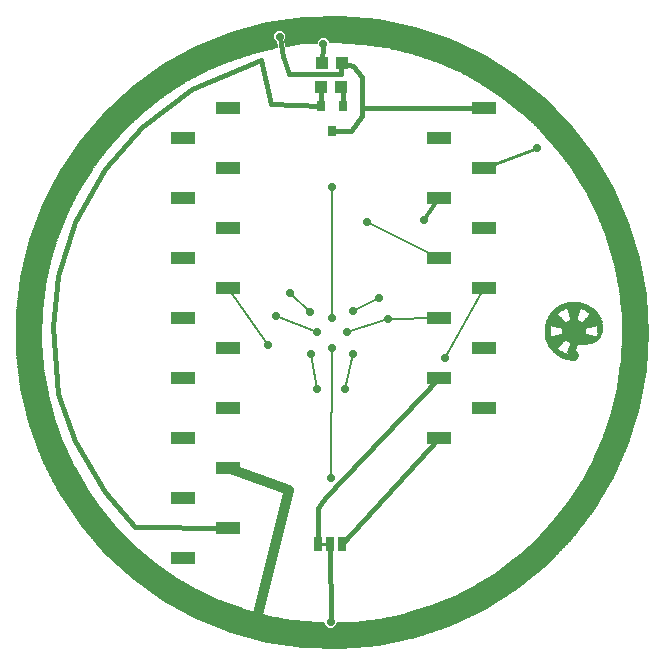
<source format=gbl>
G75*
%MOIN*%
%OFA0B0*%
%FSLAX25Y25*%
%IPPOS*%
%LPD*%
%AMOC8*
5,1,8,0,0,1.08239X$1,22.5*
%
%ADD10R,0.01800X0.00067*%
%ADD11R,0.02060X0.00066*%
%ADD12R,0.02800X0.00067*%
%ADD13R,0.03130X0.00067*%
%ADD14R,0.03400X0.00066*%
%ADD15R,0.03800X0.00067*%
%ADD16R,0.04000X0.00067*%
%ADD17R,0.04400X0.00066*%
%ADD18R,0.04530X0.00067*%
%ADD19R,0.04870X0.00067*%
%ADD20R,0.05000X0.00066*%
%ADD21R,0.05270X0.00067*%
%ADD22R,0.05400X0.00067*%
%ADD23R,0.05600X0.00066*%
%ADD24R,0.05660X0.00067*%
%ADD25R,0.05860X0.00067*%
%ADD26R,0.06070X0.00066*%
%ADD27R,0.06200X0.00067*%
%ADD28R,0.06400X0.00067*%
%ADD29R,0.06470X0.00066*%
%ADD30R,0.06600X0.00067*%
%ADD31R,0.06670X0.00067*%
%ADD32R,0.06800X0.00066*%
%ADD33R,0.06870X0.00067*%
%ADD34R,0.07070X0.00067*%
%ADD35R,0.07140X0.00066*%
%ADD36R,0.07200X0.00067*%
%ADD37R,0.07270X0.00067*%
%ADD38R,0.07400X0.00066*%
%ADD39R,0.07400X0.00067*%
%ADD40R,0.07470X0.00067*%
%ADD41R,0.07530X0.00066*%
%ADD42R,0.03660X0.00067*%
%ADD43R,0.03600X0.00067*%
%ADD44R,0.03540X0.00067*%
%ADD45R,0.03530X0.00066*%
%ADD46R,0.03470X0.00066*%
%ADD47R,0.03530X0.00067*%
%ADD48R,0.03470X0.00067*%
%ADD49R,0.03400X0.00067*%
%ADD50R,0.03340X0.00066*%
%ADD51R,0.03260X0.00067*%
%ADD52R,0.03270X0.00067*%
%ADD53R,0.03200X0.00067*%
%ADD54R,0.03140X0.00066*%
%ADD55R,0.03200X0.00066*%
%ADD56R,0.03060X0.00067*%
%ADD57R,0.03070X0.00067*%
%ADD58R,0.03000X0.00066*%
%ADD59R,0.02940X0.00066*%
%ADD60R,0.02930X0.00067*%
%ADD61R,0.02940X0.00067*%
%ADD62R,0.02870X0.00067*%
%ADD63R,0.02800X0.00066*%
%ADD64R,0.02730X0.00066*%
%ADD65R,0.02730X0.00067*%
%ADD66R,0.02600X0.00066*%
%ADD67R,0.02670X0.00067*%
%ADD68R,0.02600X0.00067*%
%ADD69R,0.02660X0.00067*%
%ADD70R,0.02670X0.00066*%
%ADD71R,0.02530X0.00067*%
%ADD72R,0.02470X0.00067*%
%ADD73R,0.02470X0.00066*%
%ADD74R,0.02400X0.00067*%
%ADD75R,0.02460X0.00066*%
%ADD76R,0.02460X0.00067*%
%ADD77R,0.02740X0.00067*%
%ADD78R,0.02400X0.00066*%
%ADD79R,0.03330X0.00066*%
%ADD80R,0.03600X0.00066*%
%ADD81R,0.02530X0.00066*%
%ADD82R,0.03670X0.00067*%
%ADD83R,0.03930X0.00066*%
%ADD84R,0.04140X0.00067*%
%ADD85R,0.04200X0.00066*%
%ADD86R,0.04330X0.00067*%
%ADD87R,0.04400X0.00067*%
%ADD88R,0.03000X0.00067*%
%ADD89R,0.04530X0.00066*%
%ADD90R,0.04600X0.00067*%
%ADD91R,0.04670X0.00067*%
%ADD92R,0.06130X0.00067*%
%ADD93R,0.04800X0.00066*%
%ADD94R,0.06330X0.00066*%
%ADD95R,0.04930X0.00067*%
%ADD96R,0.06800X0.00067*%
%ADD97R,0.05000X0.00067*%
%ADD98R,0.06940X0.00067*%
%ADD99R,0.07200X0.00066*%
%ADD100R,0.05200X0.00067*%
%ADD101R,0.07330X0.00067*%
%ADD102R,0.05340X0.00067*%
%ADD103R,0.07530X0.00067*%
%ADD104R,0.05400X0.00066*%
%ADD105R,0.07670X0.00066*%
%ADD106R,0.05470X0.00067*%
%ADD107R,0.07870X0.00067*%
%ADD108R,0.05540X0.00067*%
%ADD109R,0.08200X0.00067*%
%ADD110R,0.05660X0.00066*%
%ADD111R,0.08400X0.00066*%
%ADD112R,0.05800X0.00067*%
%ADD113R,0.08800X0.00067*%
%ADD114R,0.05870X0.00067*%
%ADD115R,0.09000X0.00067*%
%ADD116R,0.05930X0.00066*%
%ADD117R,0.09200X0.00066*%
%ADD118R,0.06000X0.00067*%
%ADD119R,0.09460X0.00067*%
%ADD120R,0.06140X0.00067*%
%ADD121R,0.09670X0.00067*%
%ADD122R,0.06200X0.00066*%
%ADD123R,0.09800X0.00066*%
%ADD124R,0.06260X0.00067*%
%ADD125R,0.10070X0.00067*%
%ADD126R,0.06330X0.00067*%
%ADD127R,0.10200X0.00067*%
%ADD128R,0.06400X0.00066*%
%ADD129R,0.10330X0.00066*%
%ADD130R,0.06460X0.00067*%
%ADD131R,0.10530X0.00067*%
%ADD132R,0.17270X0.00067*%
%ADD133R,0.17400X0.00066*%
%ADD134R,0.17540X0.00067*%
%ADD135R,0.17600X0.00067*%
%ADD136R,0.17670X0.00066*%
%ADD137R,0.17740X0.00067*%
%ADD138R,0.17860X0.00066*%
%ADD139R,0.17930X0.00067*%
%ADD140R,0.18000X0.00067*%
%ADD141R,0.18000X0.00066*%
%ADD142R,0.18130X0.00067*%
%ADD143R,0.18200X0.00067*%
%ADD144R,0.18340X0.00066*%
%ADD145R,0.18400X0.00067*%
%ADD146R,0.01870X0.00066*%
%ADD147R,0.14860X0.00066*%
%ADD148R,0.01200X0.00066*%
%ADD149R,0.01870X0.00067*%
%ADD150R,0.14460X0.00067*%
%ADD151R,0.01270X0.00067*%
%ADD152R,0.13940X0.00067*%
%ADD153R,0.01200X0.00067*%
%ADD154R,0.01800X0.00066*%
%ADD155R,0.13140X0.00066*%
%ADD156R,0.12600X0.00067*%
%ADD157R,0.01330X0.00067*%
%ADD158R,0.12200X0.00067*%
%ADD159R,0.01860X0.00066*%
%ADD160R,0.11660X0.00066*%
%ADD161R,0.01330X0.00066*%
%ADD162R,0.01860X0.00067*%
%ADD163R,0.10860X0.00067*%
%ADD164R,0.10340X0.00067*%
%ADD165R,0.01400X0.00067*%
%ADD166R,0.09940X0.00066*%
%ADD167R,0.01460X0.00066*%
%ADD168R,0.01930X0.00067*%
%ADD169R,0.09540X0.00067*%
%ADD170R,0.01460X0.00067*%
%ADD171R,0.08600X0.00067*%
%ADD172R,0.01470X0.00067*%
%ADD173R,0.08200X0.00066*%
%ADD174R,0.01470X0.00066*%
%ADD175R,0.07660X0.00067*%
%ADD176R,0.01540X0.00067*%
%ADD177R,0.07600X0.00067*%
%ADD178R,0.07600X0.00066*%
%ADD179R,0.01540X0.00066*%
%ADD180R,0.01600X0.00067*%
%ADD181R,0.01530X0.00067*%
%ADD182R,0.07730X0.00066*%
%ADD183R,0.01530X0.00066*%
%ADD184R,0.07730X0.00067*%
%ADD185R,0.07800X0.00067*%
%ADD186R,0.07800X0.00066*%
%ADD187R,0.01600X0.00066*%
%ADD188R,0.01670X0.00067*%
%ADD189R,0.01670X0.00066*%
%ADD190R,0.01730X0.00067*%
%ADD191R,0.01730X0.00066*%
%ADD192R,0.07660X0.00066*%
%ADD193R,0.07940X0.00067*%
%ADD194R,0.08340X0.00066*%
%ADD195R,0.08860X0.00067*%
%ADD196R,0.09660X0.00067*%
%ADD197R,0.10200X0.00066*%
%ADD198R,0.01930X0.00066*%
%ADD199R,0.10600X0.00067*%
%ADD200R,0.11140X0.00067*%
%ADD201R,0.11940X0.00066*%
%ADD202R,0.12340X0.00067*%
%ADD203R,0.12860X0.00067*%
%ADD204R,0.13330X0.00066*%
%ADD205R,0.14200X0.00067*%
%ADD206R,0.14600X0.00067*%
%ADD207R,0.02000X0.00067*%
%ADD208R,0.15140X0.00066*%
%ADD209R,0.02000X0.00066*%
%ADD210R,0.19270X0.00067*%
%ADD211R,0.19270X0.00066*%
%ADD212R,0.19200X0.00067*%
%ADD213R,0.19200X0.00066*%
%ADD214R,0.19060X0.00067*%
%ADD215R,0.19000X0.00066*%
%ADD216R,0.18940X0.00067*%
%ADD217R,0.18940X0.00066*%
%ADD218R,0.18870X0.00066*%
%ADD219R,0.05260X0.00067*%
%ADD220R,0.06730X0.00067*%
%ADD221R,0.06670X0.00066*%
%ADD222R,0.04860X0.00067*%
%ADD223R,0.06140X0.00066*%
%ADD224R,0.04460X0.00066*%
%ADD225R,0.04200X0.00067*%
%ADD226R,0.05930X0.00067*%
%ADD227R,0.05870X0.00066*%
%ADD228R,0.03800X0.00066*%
%ADD229R,0.06070X0.00067*%
%ADD230R,0.02340X0.00067*%
%ADD231R,0.02200X0.00066*%
%ADD232R,0.02200X0.00067*%
%ADD233R,0.05600X0.00067*%
%ADD234R,0.02270X0.00067*%
%ADD235R,0.05530X0.00067*%
%ADD236R,0.05060X0.00066*%
%ADD237R,0.02340X0.00066*%
%ADD238R,0.05130X0.00066*%
%ADD239R,0.05070X0.00067*%
%ADD240R,0.04740X0.00067*%
%ADD241R,0.04070X0.00067*%
%ADD242R,0.03860X0.00066*%
%ADD243R,0.02860X0.00066*%
%ADD244R,0.04260X0.00066*%
%ADD245R,0.02860X0.00067*%
%ADD246R,0.02930X0.00066*%
%ADD247R,0.03330X0.00067*%
%ADD248R,0.03730X0.00067*%
%ADD249R,0.03260X0.00066*%
%ADD250R,0.03140X0.00067*%
%ADD251R,0.02540X0.00067*%
%ADD252R,0.03540X0.00066*%
%ADD253R,0.03660X0.00066*%
%ADD254R,0.03130X0.00066*%
%ADD255R,0.02870X0.00066*%
%ADD256R,0.03870X0.00066*%
%ADD257R,0.03940X0.00067*%
%ADD258R,0.04060X0.00066*%
%ADD259R,0.04060X0.00067*%
%ADD260R,0.04130X0.00067*%
%ADD261R,0.03730X0.00066*%
%ADD262R,0.03460X0.00067*%
%ADD263R,0.04270X0.00067*%
%ADD264R,0.04340X0.00067*%
%ADD265R,0.04340X0.00066*%
%ADD266R,0.04460X0.00067*%
%ADD267R,0.12470X0.00066*%
%ADD268R,0.12270X0.00067*%
%ADD269R,0.12130X0.00067*%
%ADD270R,0.12000X0.00066*%
%ADD271R,0.11730X0.00067*%
%ADD272R,0.11600X0.00067*%
%ADD273R,0.11330X0.00066*%
%ADD274R,0.11200X0.00067*%
%ADD275R,0.10930X0.00067*%
%ADD276R,0.10800X0.00066*%
%ADD277R,0.10470X0.00067*%
%ADD278R,0.10330X0.00067*%
%ADD279R,0.10070X0.00066*%
%ADD280R,0.09870X0.00067*%
%ADD281R,0.09530X0.00067*%
%ADD282R,0.09330X0.00066*%
%ADD283R,0.09200X0.00067*%
%ADD284R,0.08670X0.00066*%
%ADD285R,0.08140X0.00067*%
%ADD286R,0.08000X0.00067*%
%ADD287R,0.07340X0.00067*%
%ADD288R,0.06540X0.00066*%
%ADD289R,0.07874X0.03937*%
%ADD290R,0.03150X0.03543*%
%ADD291R,0.04331X0.03937*%
%ADD292R,0.02500X0.05000*%
%ADD293C,0.01000*%
%ADD294C,0.00500*%
%ADD295C,0.02800*%
%ADD296C,0.03200*%
%ADD297C,0.00800*%
%ADD298C,0.01200*%
%ADD299C,0.01600*%
D10*
X0183705Y0109562D03*
X0183705Y0109629D03*
X0183575Y0110762D03*
X0183575Y0110829D03*
X0183575Y0110962D03*
X0183575Y0111029D03*
X0183575Y0111162D03*
X0183575Y0111229D03*
X0183575Y0111362D03*
X0183575Y0111429D03*
X0183705Y0112562D03*
X0183705Y0112629D03*
X0191975Y0101429D03*
X0201175Y0111362D03*
X0201175Y0111429D03*
X0201175Y0111562D03*
X0201175Y0111629D03*
D11*
X0191975Y0101495D03*
D12*
X0191745Y0101562D03*
X0191805Y0104429D03*
X0186545Y0104562D03*
X0186475Y0104629D03*
X0185745Y0116629D03*
X0186545Y0117629D03*
X0199205Y0116829D03*
X0199205Y0116762D03*
D13*
X0198440Y0117562D03*
X0187110Y0118029D03*
X0191710Y0101629D03*
D14*
X0191645Y0101695D03*
X0191905Y0103895D03*
X0192375Y0116895D03*
X0187505Y0118295D03*
D15*
X0188105Y0118629D03*
X0185845Y0115962D03*
X0192375Y0117562D03*
X0192375Y0117629D03*
X0197175Y0118429D03*
X0197305Y0118362D03*
X0199105Y0116162D03*
X0185845Y0106229D03*
X0188105Y0103562D03*
X0191505Y0101762D03*
D16*
X0191475Y0101829D03*
X0185875Y0106362D03*
X0192405Y0114429D03*
X0192405Y0117829D03*
X0196945Y0118562D03*
X0199075Y0116029D03*
X0185875Y0115829D03*
D17*
X0185945Y0115495D03*
X0191345Y0101895D03*
D18*
X0191340Y0101962D03*
D19*
X0191240Y0102029D03*
D20*
X0191245Y0102095D03*
X0186045Y0107095D03*
X0192375Y0114095D03*
X0192505Y0120495D03*
D21*
X0198840Y0115162D03*
X0191110Y0102162D03*
D22*
X0191105Y0102229D03*
D23*
X0191005Y0102295D03*
X0186145Y0114695D03*
X0198805Y0114895D03*
D24*
X0198775Y0114829D03*
X0190975Y0102362D03*
X0186175Y0114629D03*
D25*
X0192475Y0120362D03*
X0190875Y0102429D03*
D26*
X0190840Y0102495D03*
D27*
X0190845Y0102562D03*
X0198645Y0114429D03*
D28*
X0190745Y0102629D03*
D29*
X0190710Y0102695D03*
D30*
X0190645Y0102762D03*
X0186375Y0113962D03*
X0198575Y0114162D03*
D31*
X0190610Y0102829D03*
D32*
X0190545Y0102895D03*
D33*
X0190510Y0102962D03*
D34*
X0190410Y0103029D03*
D35*
X0190375Y0103095D03*
D36*
X0190345Y0103162D03*
D37*
X0190310Y0103229D03*
D38*
X0190245Y0103295D03*
D39*
X0190175Y0103362D03*
D40*
X0190140Y0103429D03*
D41*
X0190040Y0103495D03*
X0192510Y0120095D03*
D42*
X0192375Y0117362D03*
X0192375Y0117229D03*
X0187975Y0118562D03*
X0191975Y0103562D03*
D43*
X0187945Y0103629D03*
X0192405Y0117162D03*
X0197545Y0118229D03*
D44*
X0192375Y0117029D03*
X0192375Y0116962D03*
X0192375Y0114562D03*
X0191975Y0103629D03*
D45*
X0187840Y0103695D03*
D46*
X0191940Y0103695D03*
X0197740Y0118095D03*
D47*
X0197640Y0118162D03*
X0185840Y0106029D03*
X0187710Y0103762D03*
D48*
X0187610Y0103829D03*
X0191940Y0103762D03*
X0185810Y0116162D03*
X0187740Y0118429D03*
X0199140Y0116362D03*
D49*
X0199175Y0116429D03*
X0197905Y0117962D03*
X0197845Y0118029D03*
X0192375Y0116829D03*
X0185845Y0105962D03*
X0191975Y0103829D03*
D50*
X0187475Y0103895D03*
D51*
X0187375Y0103962D03*
X0192375Y0114629D03*
X0192375Y0116629D03*
D52*
X0187310Y0118162D03*
X0198110Y0117829D03*
X0192710Y0106762D03*
X0191910Y0103962D03*
D53*
X0191875Y0104029D03*
X0187275Y0104029D03*
X0185805Y0105829D03*
X0192405Y0116429D03*
X0192405Y0116562D03*
X0198205Y0117762D03*
D54*
X0192375Y0116495D03*
X0192375Y0116295D03*
X0187175Y0104095D03*
D55*
X0191875Y0104095D03*
X0192675Y0106695D03*
X0198275Y0117695D03*
X0187205Y0118095D03*
D56*
X0198675Y0117362D03*
X0191875Y0104229D03*
X0191875Y0104162D03*
X0187075Y0104162D03*
D57*
X0187010Y0104229D03*
X0185810Y0105762D03*
X0192410Y0116229D03*
X0187010Y0117962D03*
X0198610Y0117429D03*
X0199210Y0116629D03*
D58*
X0198705Y0117295D03*
X0192375Y0114695D03*
X0186905Y0117895D03*
X0185775Y0105695D03*
X0186905Y0104295D03*
D59*
X0191875Y0104295D03*
D60*
X0186810Y0104362D03*
X0185740Y0105629D03*
X0198810Y0117229D03*
X0199010Y0117029D03*
D61*
X0198875Y0117162D03*
X0192475Y0106562D03*
X0191875Y0104362D03*
D62*
X0186710Y0104429D03*
X0186710Y0117762D03*
X0199040Y0116962D03*
D63*
X0199145Y0116895D03*
X0192475Y0106495D03*
X0186605Y0104495D03*
X0186405Y0104695D03*
D64*
X0191840Y0104495D03*
X0186440Y0117495D03*
D65*
X0186510Y0117562D03*
X0191840Y0104629D03*
X0191840Y0104562D03*
D66*
X0191845Y0104695D03*
X0191845Y0104895D03*
X0192305Y0106295D03*
X0185975Y0105095D03*
X0192375Y0115495D03*
D67*
X0186140Y0117229D03*
X0192340Y0106362D03*
X0186340Y0104762D03*
D68*
X0186045Y0105029D03*
X0191845Y0104829D03*
X0191845Y0104762D03*
X0192245Y0106229D03*
X0192375Y0114762D03*
X0192375Y0115429D03*
X0192375Y0115562D03*
X0192375Y0115629D03*
X0186045Y0117162D03*
D69*
X0186275Y0117362D03*
X0186275Y0104829D03*
D70*
X0186210Y0104895D03*
X0185740Y0105495D03*
X0185740Y0116695D03*
X0186210Y0117295D03*
X0192410Y0115695D03*
D71*
X0192410Y0115362D03*
X0185940Y0117029D03*
X0185740Y0116762D03*
X0185740Y0105429D03*
X0185940Y0105162D03*
X0186140Y0104962D03*
X0191810Y0104962D03*
X0192140Y0106029D03*
X0192210Y0106162D03*
D72*
X0192110Y0105962D03*
X0192040Y0105829D03*
X0191840Y0105162D03*
X0191840Y0105029D03*
X0185840Y0105229D03*
D73*
X0191840Y0105095D03*
X0191910Y0105295D03*
X0192110Y0105895D03*
D74*
X0192005Y0105762D03*
X0192005Y0105629D03*
X0191945Y0105429D03*
X0191945Y0105362D03*
X0191875Y0105229D03*
X0192405Y0115162D03*
X0192475Y0120762D03*
D75*
X0192375Y0115295D03*
X0191975Y0105495D03*
X0185775Y0105295D03*
D76*
X0185775Y0105362D03*
X0191975Y0105562D03*
X0192375Y0115229D03*
X0185775Y0116829D03*
D77*
X0186375Y0117429D03*
X0192375Y0115829D03*
X0192375Y0115762D03*
X0192375Y0106429D03*
X0185775Y0105562D03*
D78*
X0192005Y0105695D03*
D79*
X0185810Y0105895D03*
X0198010Y0117895D03*
D80*
X0199145Y0116295D03*
X0187875Y0118495D03*
X0185805Y0116095D03*
X0185805Y0106095D03*
D81*
X0192210Y0106095D03*
X0185810Y0116895D03*
X0186010Y0117095D03*
D82*
X0185840Y0116029D03*
X0185840Y0106162D03*
D83*
X0185840Y0106295D03*
X0199110Y0116095D03*
D84*
X0199075Y0115962D03*
X0185875Y0106429D03*
D85*
X0185905Y0106495D03*
X0185905Y0115695D03*
X0192375Y0118095D03*
X0192375Y0118295D03*
D86*
X0185910Y0115629D03*
X0185910Y0106562D03*
X0199040Y0115762D03*
X0199040Y0115829D03*
D87*
X0192405Y0120562D03*
X0185945Y0115562D03*
X0185945Y0106629D03*
D88*
X0192575Y0106629D03*
X0192375Y0116162D03*
X0186845Y0117829D03*
X0185775Y0116429D03*
D89*
X0185940Y0106695D03*
X0199010Y0115695D03*
D90*
X0192375Y0118629D03*
X0185975Y0115429D03*
X0185975Y0106762D03*
D91*
X0186010Y0106829D03*
X0192410Y0114229D03*
X0186010Y0115362D03*
X0199010Y0115629D03*
D92*
X0194210Y0106829D03*
D93*
X0186005Y0106895D03*
X0186005Y0115295D03*
X0198945Y0115495D03*
D94*
X0194310Y0106895D03*
D95*
X0186010Y0106962D03*
X0186010Y0115229D03*
X0198940Y0115429D03*
D96*
X0198545Y0113962D03*
X0194605Y0106962D03*
D97*
X0186045Y0107029D03*
X0186045Y0115162D03*
D98*
X0194675Y0107029D03*
D99*
X0194805Y0107095D03*
D100*
X0192405Y0114029D03*
X0186075Y0115029D03*
X0186075Y0107162D03*
X0198875Y0115229D03*
D101*
X0194940Y0107162D03*
D102*
X0186075Y0107229D03*
X0186075Y0114962D03*
D103*
X0195040Y0107229D03*
D104*
X0198845Y0115095D03*
X0186105Y0114895D03*
X0186105Y0107295D03*
D105*
X0195110Y0107295D03*
D106*
X0186140Y0107362D03*
X0186140Y0114829D03*
D107*
X0195140Y0107362D03*
D108*
X0186175Y0107429D03*
X0186175Y0114762D03*
D109*
X0195105Y0107429D03*
D110*
X0186175Y0107495D03*
D111*
X0195075Y0107495D03*
D112*
X0198775Y0114762D03*
X0186175Y0114562D03*
X0186175Y0107562D03*
D113*
X0195075Y0107562D03*
X0192545Y0119829D03*
D114*
X0186210Y0107629D03*
D115*
X0195045Y0107629D03*
D116*
X0186240Y0107695D03*
D117*
X0195075Y0107695D03*
D118*
X0186275Y0107762D03*
X0186275Y0114362D03*
D119*
X0195075Y0107762D03*
D120*
X0186275Y0107829D03*
D121*
X0195040Y0107829D03*
D122*
X0186305Y0107895D03*
D123*
X0195045Y0107895D03*
D124*
X0186275Y0107962D03*
X0186275Y0114229D03*
D125*
X0195040Y0107962D03*
D126*
X0198640Y0114362D03*
X0186310Y0114162D03*
X0186310Y0108029D03*
D127*
X0195045Y0108029D03*
D128*
X0198605Y0114295D03*
X0186345Y0114095D03*
X0186345Y0108095D03*
D129*
X0195040Y0108095D03*
D130*
X0198575Y0114229D03*
X0186375Y0114029D03*
X0186375Y0108162D03*
D131*
X0195010Y0108162D03*
D132*
X0191710Y0108229D03*
D133*
X0191775Y0108295D03*
D134*
X0191775Y0108362D03*
D135*
X0191805Y0108429D03*
D136*
X0191840Y0108495D03*
D137*
X0191875Y0108562D03*
X0191875Y0108629D03*
D138*
X0191875Y0108695D03*
D139*
X0191910Y0108762D03*
D140*
X0191945Y0108829D03*
D141*
X0191945Y0108895D03*
D142*
X0191940Y0108962D03*
D143*
X0191975Y0109029D03*
D144*
X0191975Y0109095D03*
D145*
X0192005Y0109162D03*
X0192005Y0109229D03*
D146*
X0183740Y0109295D03*
X0183610Y0110095D03*
X0183610Y0110295D03*
X0183610Y0110495D03*
X0183610Y0110695D03*
X0183610Y0111495D03*
X0183610Y0111695D03*
X0183610Y0111895D03*
X0183610Y0112095D03*
X0183740Y0112895D03*
X0201140Y0112095D03*
X0201140Y0111895D03*
D147*
X0192375Y0109295D03*
D148*
X0200675Y0109295D03*
X0200745Y0109495D03*
D149*
X0201140Y0111762D03*
X0201140Y0111829D03*
X0201140Y0111962D03*
X0201140Y0112029D03*
X0201140Y0112162D03*
X0183740Y0112762D03*
X0183740Y0112829D03*
X0183610Y0112029D03*
X0183610Y0111962D03*
X0183610Y0111829D03*
X0183610Y0111762D03*
X0183610Y0111629D03*
X0183610Y0111562D03*
X0183610Y0110629D03*
X0183610Y0110562D03*
X0183610Y0110429D03*
X0183610Y0110362D03*
X0183610Y0110229D03*
X0183610Y0110162D03*
X0183740Y0109429D03*
X0183740Y0109362D03*
D150*
X0192375Y0109362D03*
D151*
X0200710Y0109362D03*
D152*
X0192375Y0109429D03*
D153*
X0200745Y0109429D03*
D154*
X0201175Y0111295D03*
X0201175Y0111495D03*
X0201175Y0111695D03*
X0183705Y0112495D03*
X0183705Y0112695D03*
X0183575Y0111295D03*
X0183575Y0111095D03*
X0183575Y0110895D03*
X0183705Y0109495D03*
D155*
X0192375Y0109495D03*
D156*
X0192375Y0109562D03*
D157*
X0200740Y0109562D03*
X0200810Y0109629D03*
X0200810Y0109762D03*
D158*
X0192375Y0109629D03*
D159*
X0183675Y0109695D03*
X0183675Y0109895D03*
X0183675Y0112295D03*
D160*
X0192375Y0109695D03*
D161*
X0200810Y0109695D03*
D162*
X0183675Y0109762D03*
X0183675Y0109829D03*
X0183675Y0112362D03*
X0183675Y0112429D03*
D163*
X0192375Y0109762D03*
D164*
X0192375Y0109829D03*
D165*
X0200845Y0109829D03*
D166*
X0192375Y0109895D03*
D167*
X0200875Y0109895D03*
D168*
X0201110Y0112229D03*
X0201110Y0112362D03*
X0201110Y0112429D03*
X0201110Y0112562D03*
X0201110Y0112629D03*
X0201110Y0112762D03*
X0183640Y0112229D03*
X0183640Y0112162D03*
X0183640Y0110029D03*
X0183640Y0109962D03*
D169*
X0192375Y0109962D03*
D170*
X0200875Y0109962D03*
D171*
X0192375Y0110029D03*
D172*
X0200940Y0110029D03*
D173*
X0192375Y0110095D03*
D174*
X0200940Y0110095D03*
D175*
X0192375Y0110162D03*
X0192375Y0110362D03*
X0192375Y0110429D03*
X0192375Y0111762D03*
X0192375Y0111829D03*
D176*
X0200975Y0110229D03*
X0200975Y0110162D03*
D177*
X0192405Y0110229D03*
X0192405Y0111962D03*
D178*
X0192405Y0111895D03*
X0192405Y0110295D03*
D179*
X0200975Y0110295D03*
D180*
X0201005Y0110362D03*
X0201075Y0110629D03*
X0201075Y0110762D03*
D181*
X0201040Y0110562D03*
X0201040Y0110429D03*
D182*
X0192410Y0110495D03*
D183*
X0201040Y0110495D03*
D184*
X0192410Y0110562D03*
X0192410Y0111629D03*
D185*
X0192375Y0111562D03*
X0192375Y0111429D03*
X0192375Y0111362D03*
X0192375Y0111229D03*
X0192375Y0111162D03*
X0192375Y0111029D03*
X0192375Y0110962D03*
X0192375Y0110829D03*
X0192375Y0110762D03*
X0192375Y0110629D03*
D186*
X0192375Y0110695D03*
X0192375Y0110895D03*
X0192375Y0111095D03*
X0192375Y0111295D03*
X0192375Y0111495D03*
D187*
X0201075Y0110695D03*
D188*
X0201110Y0110829D03*
X0201110Y0110962D03*
D189*
X0201110Y0110895D03*
D190*
X0201140Y0111029D03*
X0201140Y0111162D03*
X0201140Y0111229D03*
D191*
X0201140Y0111095D03*
D192*
X0192375Y0111695D03*
D193*
X0192375Y0112029D03*
D194*
X0192375Y0112095D03*
D195*
X0192375Y0112162D03*
D196*
X0192375Y0112229D03*
D197*
X0192375Y0112295D03*
D198*
X0201110Y0112295D03*
X0201110Y0112495D03*
X0201110Y0112695D03*
D199*
X0192375Y0112362D03*
D200*
X0192375Y0112429D03*
D201*
X0192375Y0112495D03*
D202*
X0192375Y0112562D03*
D203*
X0192375Y0112629D03*
D204*
X0192410Y0112695D03*
D205*
X0192375Y0112762D03*
D206*
X0192375Y0112829D03*
D207*
X0201075Y0112829D03*
D208*
X0192375Y0112895D03*
D209*
X0201075Y0112895D03*
D210*
X0192440Y0112962D03*
X0192440Y0113029D03*
D211*
X0192440Y0113095D03*
D212*
X0192475Y0113162D03*
X0192475Y0113229D03*
D213*
X0192475Y0113295D03*
D214*
X0192475Y0113362D03*
X0192475Y0113429D03*
D215*
X0192445Y0113495D03*
D216*
X0192475Y0113562D03*
X0192475Y0113629D03*
X0192475Y0113762D03*
X0192475Y0113829D03*
D217*
X0192475Y0113695D03*
D218*
X0192510Y0113895D03*
D219*
X0192375Y0113962D03*
D220*
X0198510Y0114029D03*
X0192510Y0120229D03*
D221*
X0198540Y0114095D03*
D222*
X0192375Y0114162D03*
D223*
X0186275Y0114295D03*
X0198675Y0114495D03*
D224*
X0192375Y0114295D03*
D225*
X0192375Y0114362D03*
X0192375Y0118162D03*
X0192375Y0118229D03*
D226*
X0186240Y0114429D03*
X0198710Y0114629D03*
D227*
X0198740Y0114695D03*
X0186210Y0114495D03*
D228*
X0192375Y0114495D03*
X0192375Y0117495D03*
D229*
X0198710Y0114562D03*
D230*
X0192375Y0114829D03*
D231*
X0192375Y0114895D03*
D232*
X0192375Y0114962D03*
D233*
X0192475Y0120429D03*
X0198805Y0114962D03*
D234*
X0192410Y0115029D03*
D235*
X0198840Y0115029D03*
D236*
X0186075Y0115095D03*
D237*
X0192375Y0115095D03*
D238*
X0198910Y0115295D03*
D239*
X0198940Y0115362D03*
D240*
X0198975Y0115562D03*
D241*
X0192440Y0120629D03*
X0185910Y0115762D03*
D242*
X0185875Y0115895D03*
X0197075Y0118495D03*
D243*
X0192375Y0115895D03*
D244*
X0199075Y0115895D03*
D245*
X0192375Y0115962D03*
X0192375Y0116029D03*
X0185775Y0116562D03*
D246*
X0185740Y0116495D03*
X0192410Y0116095D03*
X0192410Y0120695D03*
X0198940Y0117095D03*
X0199210Y0116695D03*
D247*
X0192410Y0116762D03*
X0187410Y0118229D03*
X0185810Y0116229D03*
D248*
X0192410Y0117429D03*
X0199140Y0116229D03*
D249*
X0199175Y0116495D03*
X0192375Y0116695D03*
X0185775Y0116295D03*
D250*
X0185775Y0116362D03*
X0192375Y0116362D03*
X0198375Y0117629D03*
X0199175Y0116562D03*
D251*
X0185875Y0116962D03*
D252*
X0192375Y0117095D03*
D253*
X0192375Y0117295D03*
D254*
X0198510Y0117495D03*
D255*
X0186640Y0117695D03*
D256*
X0192410Y0117695D03*
D257*
X0192375Y0117762D03*
D258*
X0192375Y0117895D03*
D259*
X0192375Y0117962D03*
D260*
X0192410Y0118029D03*
X0196810Y0118629D03*
D261*
X0197410Y0118295D03*
D262*
X0187675Y0118362D03*
D263*
X0192410Y0118362D03*
D264*
X0192375Y0118429D03*
D265*
X0192375Y0118495D03*
D266*
X0192375Y0118562D03*
D267*
X0192510Y0118695D03*
D268*
X0192540Y0118762D03*
D269*
X0192540Y0118829D03*
D270*
X0192545Y0118895D03*
D271*
X0192540Y0118962D03*
D272*
X0192545Y0119029D03*
D273*
X0192540Y0119095D03*
D274*
X0192545Y0119162D03*
D275*
X0192540Y0119229D03*
D276*
X0192545Y0119295D03*
D277*
X0192510Y0119362D03*
D278*
X0192510Y0119429D03*
D279*
X0192510Y0119495D03*
D280*
X0192540Y0119562D03*
D281*
X0192510Y0119629D03*
D282*
X0192540Y0119695D03*
D283*
X0192545Y0119762D03*
D284*
X0192540Y0119895D03*
D285*
X0192475Y0119962D03*
D286*
X0192475Y0120029D03*
D287*
X0192475Y0120162D03*
D288*
X0192475Y0120295D03*
D289*
X0162223Y0125665D03*
X0147223Y0115665D03*
X0162223Y0105665D03*
X0147223Y0095665D03*
X0162223Y0085665D03*
X0147223Y0075665D03*
X0147223Y0135665D03*
X0162223Y0145665D03*
X0147223Y0155665D03*
X0162223Y0165665D03*
X0147223Y0175665D03*
X0162223Y0185665D03*
X0077188Y0185736D03*
X0062188Y0175736D03*
X0077188Y0165736D03*
X0062188Y0155736D03*
X0077188Y0145736D03*
X0062188Y0135736D03*
X0077188Y0125736D03*
X0062188Y0115736D03*
X0077188Y0105736D03*
X0062188Y0095736D03*
X0077188Y0085736D03*
X0062188Y0075736D03*
X0077188Y0065736D03*
X0062188Y0055736D03*
X0077188Y0045736D03*
X0062188Y0035736D03*
D290*
X0111794Y0178059D03*
X0108054Y0186326D03*
X0115535Y0186326D03*
D291*
X0114787Y0192800D03*
X0108094Y0192800D03*
X0108229Y0200848D03*
X0114922Y0200848D03*
D292*
X0115033Y0040272D03*
X0111033Y0040272D03*
X0107033Y0040272D03*
D293*
X0111033Y0040272D01*
X0108759Y0007127D02*
X0105454Y0007166D01*
X0066327Y0017342D02*
X0063911Y0018540D01*
X0032578Y0043549D02*
X0030836Y0045619D01*
X0011347Y0082900D02*
X0011114Y0085077D01*
X0009261Y0125562D02*
X0009369Y0128802D01*
X0023786Y0166658D02*
X0025352Y0168899D01*
X0052828Y0196954D02*
X0056068Y0198466D01*
X0096539Y0213630D02*
X0096764Y0213855D01*
X0098023Y0213855D01*
X0138802Y0211264D02*
X0141178Y0210562D01*
X0176173Y0191769D02*
X0178549Y0190203D01*
X0180119Y0172336D02*
X0162223Y0165665D01*
X0203714Y0158512D02*
X0205513Y0155813D01*
X0215419Y0116705D02*
X0215473Y0114005D01*
X0208884Y0075409D02*
X0207984Y0072034D01*
X0185677Y0038563D02*
X0183669Y0035970D01*
X0150305Y0014429D02*
X0147659Y0013349D01*
D294*
X0036145Y0037488D02*
X0027999Y0046940D01*
X0021029Y0057289D01*
X0015331Y0068390D01*
X0010986Y0080087D01*
X0008055Y0092216D01*
X0006580Y0104606D01*
X0006580Y0117084D01*
X0008055Y0129474D01*
X0010986Y0141602D01*
X0015331Y0153299D01*
X0021029Y0164400D01*
X0027999Y0174749D01*
X0036145Y0184201D01*
X0045352Y0192624D01*
X0055490Y0199898D01*
X0066417Y0205922D01*
X0077980Y0210611D01*
X0077980Y0210611D01*
X0090016Y0213900D01*
X0102357Y0215743D01*
X0114830Y0216113D01*
X0127258Y0215005D01*
X0139468Y0212434D01*
X0151289Y0208438D01*
X0162554Y0203072D01*
X0173105Y0196411D01*
X0182794Y0188549D01*
X0191485Y0179596D01*
X0199057Y0169678D01*
X0205402Y0158934D01*
X0210432Y0147515D01*
X0214076Y0135582D01*
X0216284Y0123301D01*
X0217023Y0110845D01*
X0216284Y0098389D01*
X0216284Y0098389D01*
X0214076Y0086108D01*
X0210432Y0074174D01*
X0205402Y0062755D01*
X0199057Y0052011D01*
X0191485Y0042093D01*
X0182794Y0033140D01*
X0173105Y0025278D01*
X0162554Y0018618D01*
X0151289Y0013251D01*
X0139468Y0009255D01*
X0127258Y0006685D01*
X0114830Y0005577D01*
X0102357Y0005947D01*
X0090016Y0007789D01*
X0077980Y0011078D01*
X0066417Y0015767D01*
X0055490Y0021792D01*
X0045352Y0029066D01*
X0036145Y0037488D01*
X0036103Y0037538D02*
X0048408Y0037538D01*
X0047819Y0038036D02*
X0035673Y0038036D01*
X0035243Y0038535D02*
X0047231Y0038535D01*
X0046643Y0039033D02*
X0034814Y0039033D01*
X0034384Y0039532D02*
X0046054Y0039532D01*
X0046047Y0039538D02*
X0052198Y0034326D01*
X0052202Y0034301D01*
X0052354Y0034194D01*
X0052495Y0034075D01*
X0052520Y0034077D01*
X0059102Y0029421D01*
X0059109Y0029397D01*
X0059269Y0029303D01*
X0059420Y0029196D01*
X0059445Y0029200D01*
X0066408Y0025136D01*
X0066416Y0025112D01*
X0066584Y0025033D01*
X0066744Y0024940D01*
X0066768Y0024946D01*
X0074059Y0021504D01*
X0074069Y0021481D01*
X0074243Y0021417D01*
X0074411Y0021338D01*
X0074434Y0021347D01*
X0081997Y0018553D01*
X0082010Y0018531D01*
X0082188Y0018482D01*
X0082362Y0018418D01*
X0082385Y0018429D01*
X0090163Y0016305D01*
X0090177Y0016284D01*
X0090359Y0016251D01*
X0090538Y0016202D01*
X0090560Y0016215D01*
X0098493Y0014777D01*
X0098509Y0014758D01*
X0098693Y0014741D01*
X0098876Y0014708D01*
X0098896Y0014722D01*
X0106925Y0013981D01*
X0106942Y0013963D01*
X0107128Y0013962D01*
X0107312Y0013945D01*
X0107331Y0013961D01*
X0109007Y0013953D01*
X0109007Y0013530D01*
X0110325Y0012212D01*
X0112189Y0012212D01*
X0113507Y0013530D01*
X0113507Y0013911D01*
X0115578Y0013922D01*
X0115783Y0013921D01*
X0115785Y0013923D01*
X0115788Y0013923D01*
X0115914Y0014051D01*
X0119109Y0014149D01*
X0119128Y0014134D01*
X0119312Y0014155D01*
X0119498Y0014161D01*
X0119515Y0014179D01*
X0127477Y0015123D01*
X0127498Y0015110D01*
X0127679Y0015147D01*
X0127863Y0015169D01*
X0127878Y0015189D01*
X0135728Y0016823D01*
X0135750Y0016811D01*
X0135927Y0016865D01*
X0136109Y0016903D01*
X0136122Y0016924D01*
X0143799Y0019236D01*
X0143822Y0019226D01*
X0143994Y0019295D01*
X0144172Y0019348D01*
X0144184Y0019370D01*
X0151630Y0022343D01*
X0151654Y0022335D01*
X0151819Y0022418D01*
X0151991Y0022487D01*
X0152001Y0022510D01*
X0159160Y0026120D01*
X0159184Y0026115D01*
X0159342Y0026212D01*
X0159507Y0026296D01*
X0159515Y0026319D01*
X0166332Y0030540D01*
X0166357Y0030536D01*
X0166505Y0030647D01*
X0166663Y0030745D01*
X0166668Y0030769D01*
X0173091Y0035568D01*
X0173117Y0035566D01*
X0173255Y0035690D01*
X0173403Y0035800D01*
X0173407Y0035825D01*
X0179387Y0041165D01*
X0179412Y0041166D01*
X0179539Y0041301D01*
X0179677Y0041424D01*
X0179679Y0041449D01*
X0185171Y0047290D01*
X0185196Y0047293D01*
X0185311Y0047439D01*
X0185438Y0047574D01*
X0185437Y0047599D01*
X0190399Y0053896D01*
X0190424Y0053901D01*
X0190525Y0054056D01*
X0190640Y0054202D01*
X0190637Y0054227D01*
X0195031Y0060933D01*
X0195055Y0060940D01*
X0195143Y0061103D01*
X0195245Y0061258D01*
X0195240Y0061283D01*
X0199033Y0068346D01*
X0199056Y0068355D01*
X0199129Y0068526D01*
X0199217Y0068689D01*
X0199210Y0068713D01*
X0202373Y0076080D01*
X0202395Y0076091D01*
X0202453Y0076267D01*
X0202527Y0076438D01*
X0202517Y0076461D01*
X0205026Y0084076D01*
X0205048Y0084089D01*
X0205090Y0084269D01*
X0205148Y0084445D01*
X0205137Y0084468D01*
X0206973Y0092272D01*
X0206993Y0092287D01*
X0207020Y0092471D01*
X0207062Y0092651D01*
X0207049Y0092672D01*
X0208197Y0100607D01*
X0208216Y0100624D01*
X0208227Y0100809D01*
X0208253Y0100992D01*
X0208238Y0101012D01*
X0208693Y0109043D01*
X0208807Y0109165D01*
X0208806Y0109195D01*
X0208824Y0109219D01*
X0208800Y0109398D01*
X0208560Y0117598D01*
X0208576Y0117617D01*
X0208554Y0117801D01*
X0208549Y0117987D01*
X0208530Y0118004D01*
X0207594Y0125997D01*
X0207608Y0126018D01*
X0207571Y0126199D01*
X0207549Y0126383D01*
X0207530Y0126399D01*
X0205901Y0134280D01*
X0205913Y0134302D01*
X0205859Y0134480D01*
X0205822Y0134661D01*
X0205801Y0134675D01*
X0203491Y0142384D01*
X0203501Y0142407D01*
X0203433Y0142579D01*
X0203380Y0142757D01*
X0203358Y0142769D01*
X0200385Y0150247D01*
X0200393Y0150271D01*
X0200310Y0150436D01*
X0200241Y0150609D01*
X0200218Y0150619D01*
X0196605Y0157810D01*
X0196611Y0157834D01*
X0196513Y0157992D01*
X0196430Y0158157D01*
X0196406Y0158165D01*
X0192180Y0165014D01*
X0192184Y0165039D01*
X0192073Y0165187D01*
X0191976Y0165345D01*
X0191951Y0165351D01*
X0187145Y0171805D01*
X0187146Y0171830D01*
X0187023Y0171968D01*
X0186912Y0172117D01*
X0186887Y0172121D01*
X0181536Y0178131D01*
X0181535Y0178156D01*
X0181400Y0178284D01*
X0181277Y0178422D01*
X0181252Y0178423D01*
X0175398Y0183945D01*
X0175395Y0183970D01*
X0175249Y0184085D01*
X0175114Y0184212D01*
X0175089Y0184211D01*
X0168776Y0189201D01*
X0168771Y0189226D01*
X0168616Y0189328D01*
X0168470Y0189443D01*
X0168446Y0189440D01*
X0161721Y0193861D01*
X0161714Y0193885D01*
X0161551Y0193973D01*
X0161396Y0194074D01*
X0161371Y0194069D01*
X0154287Y0197887D01*
X0154278Y0197911D01*
X0154108Y0197984D01*
X0153944Y0198072D01*
X0153920Y0198065D01*
X0146530Y0201251D01*
X0146519Y0201273D01*
X0146343Y0201331D01*
X0146173Y0201405D01*
X0146150Y0201396D01*
X0138510Y0203925D01*
X0138497Y0203947D01*
X0138316Y0203990D01*
X0138141Y0204048D01*
X0138118Y0204036D01*
X0130287Y0205891D01*
X0130272Y0205911D01*
X0130089Y0205938D01*
X0129909Y0205981D01*
X0129887Y0205967D01*
X0121924Y0207132D01*
X0121908Y0207151D01*
X0121723Y0207162D01*
X0121539Y0207188D01*
X0121519Y0207173D01*
X0113500Y0207639D01*
X0113493Y0207646D01*
X0113295Y0207651D01*
X0113097Y0207662D01*
X0113089Y0207656D01*
X0111135Y0207702D01*
X0111135Y0208073D01*
X0109817Y0209391D01*
X0107953Y0209391D01*
X0106635Y0208073D01*
X0106635Y0207481D01*
X0102536Y0207256D01*
X0102516Y0207271D01*
X0102332Y0207245D01*
X0102147Y0207235D01*
X0102131Y0207216D01*
X0096508Y0206411D01*
X0096165Y0208248D01*
X0096500Y0208583D01*
X0096500Y0210447D01*
X0095182Y0211765D01*
X0093318Y0211765D01*
X0092000Y0210447D01*
X0092000Y0208583D01*
X0092917Y0207666D01*
X0093249Y0205882D01*
X0085887Y0204163D01*
X0085864Y0204174D01*
X0085688Y0204116D01*
X0085508Y0204074D01*
X0085494Y0204053D01*
X0077827Y0201540D01*
X0077804Y0201549D01*
X0077634Y0201477D01*
X0077458Y0201419D01*
X0077446Y0201396D01*
X0070027Y0198225D01*
X0070003Y0198232D01*
X0069840Y0198145D01*
X0069670Y0198072D01*
X0069660Y0198049D01*
X0062546Y0194243D01*
X0062521Y0194248D01*
X0062366Y0194147D01*
X0062203Y0194059D01*
X0062196Y0194035D01*
X0055440Y0189624D01*
X0055415Y0189627D01*
X0055269Y0189512D01*
X0055114Y0189411D01*
X0055109Y0189387D01*
X0048764Y0184403D01*
X0048739Y0184404D01*
X0048604Y0184277D01*
X0048458Y0184163D01*
X0048455Y0184138D01*
X0042568Y0178620D01*
X0042543Y0178619D01*
X0042419Y0178481D01*
X0042284Y0178354D01*
X0042283Y0178329D01*
X0036900Y0172320D01*
X0036875Y0172316D01*
X0036764Y0172168D01*
X0036640Y0172030D01*
X0036642Y0172005D01*
X0031802Y0165549D01*
X0031778Y0165543D01*
X0031680Y0165386D01*
X0031569Y0165237D01*
X0031573Y0165212D01*
X0027314Y0158359D01*
X0027291Y0158352D01*
X0027207Y0158186D01*
X0027109Y0158029D01*
X0027115Y0158004D01*
X0023470Y0150806D01*
X0023447Y0150796D01*
X0023378Y0150624D01*
X0023294Y0150459D01*
X0023302Y0150435D01*
X0020299Y0142947D01*
X0020277Y0142935D01*
X0020223Y0142758D01*
X0020154Y0142586D01*
X0020164Y0142563D01*
X0017824Y0134841D01*
X0017803Y0134827D01*
X0017765Y0134646D01*
X0017712Y0134468D01*
X0017724Y0134446D01*
X0016066Y0126550D01*
X0016046Y0126535D01*
X0016024Y0126351D01*
X0015986Y0126169D01*
X0016000Y0126148D01*
X0015037Y0118138D01*
X0015019Y0118120D01*
X0015013Y0117935D01*
X0014990Y0117751D01*
X0015006Y0117732D01*
X0014745Y0109674D01*
X0014733Y0109661D01*
X0014738Y0109470D01*
X0014732Y0109279D01*
X0014745Y0109265D01*
X0014802Y0107362D01*
X0014793Y0107350D01*
X0014809Y0107157D01*
X0014815Y0106963D01*
X0014826Y0106953D01*
X0015489Y0098928D01*
X0015475Y0098907D01*
X0015506Y0098724D01*
X0015521Y0098540D01*
X0015540Y0098524D01*
X0016903Y0090577D01*
X0016890Y0090555D01*
X0016937Y0090376D01*
X0016968Y0090194D01*
X0016989Y0090179D01*
X0019038Y0082382D01*
X0019028Y0082359D01*
X0019090Y0082184D01*
X0019137Y0082005D01*
X0019159Y0081993D01*
X0021880Y0074403D01*
X0021872Y0074380D01*
X0021949Y0074212D01*
X0022012Y0074037D01*
X0022034Y0074026D01*
X0025407Y0066703D01*
X0025400Y0066679D01*
X0025492Y0066518D01*
X0025570Y0066350D01*
X0025593Y0066341D01*
X0029591Y0059340D01*
X0029587Y0059315D01*
X0029692Y0059163D01*
X0029784Y0059002D01*
X0029808Y0058995D01*
X0034401Y0052369D01*
X0034399Y0052344D01*
X0034517Y0052202D01*
X0034623Y0052049D01*
X0034648Y0052045D01*
X0039800Y0045844D01*
X0039800Y0045819D01*
X0039931Y0045687D01*
X0040049Y0045545D01*
X0040074Y0045542D01*
X0045748Y0039814D01*
X0045750Y0039789D01*
X0045891Y0039670D01*
X0046022Y0039538D01*
X0046047Y0039538D01*
X0045534Y0040030D02*
X0033954Y0040030D01*
X0033525Y0040529D02*
X0045041Y0040529D01*
X0044547Y0041027D02*
X0033095Y0041027D01*
X0032666Y0041526D02*
X0044053Y0041526D01*
X0043559Y0042024D02*
X0032236Y0042024D01*
X0031806Y0042523D02*
X0043065Y0042523D01*
X0042572Y0043021D02*
X0031377Y0043021D01*
X0030947Y0043520D02*
X0042078Y0043520D01*
X0041584Y0044018D02*
X0030518Y0044018D01*
X0030088Y0044517D02*
X0041090Y0044517D01*
X0040596Y0045015D02*
X0029658Y0045015D01*
X0029229Y0045514D02*
X0040103Y0045514D01*
X0039661Y0046012D02*
X0028799Y0046012D01*
X0028369Y0046511D02*
X0039246Y0046511D01*
X0038832Y0047009D02*
X0027953Y0047009D01*
X0027617Y0047508D02*
X0038418Y0047508D01*
X0038004Y0048006D02*
X0027281Y0048006D01*
X0026946Y0048505D02*
X0037589Y0048505D01*
X0037175Y0049003D02*
X0026610Y0049003D01*
X0026274Y0049502D02*
X0036761Y0049502D01*
X0036347Y0050000D02*
X0025938Y0050000D01*
X0025602Y0050499D02*
X0035932Y0050499D01*
X0035518Y0050997D02*
X0025267Y0050997D01*
X0024931Y0051496D02*
X0035104Y0051496D01*
X0034689Y0051994D02*
X0024595Y0051994D01*
X0024259Y0052493D02*
X0034315Y0052493D01*
X0033970Y0052991D02*
X0023924Y0052991D01*
X0023588Y0053490D02*
X0033624Y0053490D01*
X0033279Y0053988D02*
X0023252Y0053988D01*
X0022916Y0054487D02*
X0032933Y0054487D01*
X0032588Y0054985D02*
X0022580Y0054985D01*
X0022245Y0055484D02*
X0032242Y0055484D01*
X0031897Y0055982D02*
X0021909Y0055982D01*
X0021573Y0056481D02*
X0031551Y0056481D01*
X0031206Y0056979D02*
X0021237Y0056979D01*
X0020932Y0057478D02*
X0030860Y0057478D01*
X0030514Y0057977D02*
X0020676Y0057977D01*
X0020420Y0058475D02*
X0030169Y0058475D01*
X0029823Y0058974D02*
X0020164Y0058974D01*
X0019908Y0059472D02*
X0029516Y0059472D01*
X0029231Y0059971D02*
X0019653Y0059971D01*
X0019397Y0060469D02*
X0028946Y0060469D01*
X0028662Y0060968D02*
X0019141Y0060968D01*
X0018885Y0061466D02*
X0028377Y0061466D01*
X0028092Y0061965D02*
X0018629Y0061965D01*
X0018373Y0062463D02*
X0027808Y0062463D01*
X0027523Y0062962D02*
X0018117Y0062962D01*
X0017861Y0063460D02*
X0027238Y0063460D01*
X0026954Y0063959D02*
X0017606Y0063959D01*
X0017350Y0064457D02*
X0026669Y0064457D01*
X0026384Y0064956D02*
X0017094Y0064956D01*
X0016838Y0065454D02*
X0026100Y0065454D01*
X0025815Y0065953D02*
X0016582Y0065953D01*
X0016326Y0066451D02*
X0025523Y0066451D01*
X0025293Y0066950D02*
X0016070Y0066950D01*
X0015815Y0067448D02*
X0025064Y0067448D01*
X0024834Y0067947D02*
X0015559Y0067947D01*
X0015311Y0068445D02*
X0024605Y0068445D01*
X0024375Y0068944D02*
X0015125Y0068944D01*
X0014940Y0069442D02*
X0024146Y0069442D01*
X0023916Y0069941D02*
X0014755Y0069941D01*
X0014570Y0070439D02*
X0023686Y0070439D01*
X0023457Y0070938D02*
X0014385Y0070938D01*
X0014200Y0071436D02*
X0023227Y0071436D01*
X0022998Y0071935D02*
X0014014Y0071935D01*
X0013829Y0072433D02*
X0022768Y0072433D01*
X0022539Y0072932D02*
X0013644Y0072932D01*
X0013459Y0073430D02*
X0022309Y0073430D01*
X0022079Y0073929D02*
X0013274Y0073929D01*
X0013089Y0074427D02*
X0021872Y0074427D01*
X0021693Y0074926D02*
X0012903Y0074926D01*
X0012718Y0075424D02*
X0021514Y0075424D01*
X0021336Y0075923D02*
X0012533Y0075923D01*
X0012348Y0076421D02*
X0021157Y0076421D01*
X0020978Y0076920D02*
X0012163Y0076920D01*
X0011978Y0077418D02*
X0020799Y0077418D01*
X0020621Y0077917D02*
X0011792Y0077917D01*
X0011607Y0078415D02*
X0020442Y0078415D01*
X0020263Y0078914D02*
X0011422Y0078914D01*
X0011237Y0079412D02*
X0020084Y0079412D01*
X0019905Y0079911D02*
X0011052Y0079911D01*
X0010908Y0080410D02*
X0019727Y0080410D01*
X0019548Y0080908D02*
X0010788Y0080908D01*
X0010667Y0081407D02*
X0019369Y0081407D01*
X0019190Y0081905D02*
X0010547Y0081905D01*
X0010426Y0082404D02*
X0019033Y0082404D01*
X0018902Y0082902D02*
X0010306Y0082902D01*
X0010186Y0083401D02*
X0018771Y0083401D01*
X0018640Y0083899D02*
X0010065Y0083899D01*
X0009945Y0084398D02*
X0018509Y0084398D01*
X0018377Y0084896D02*
X0009824Y0084896D01*
X0009704Y0085395D02*
X0018246Y0085395D01*
X0018115Y0085893D02*
X0009583Y0085893D01*
X0009463Y0086392D02*
X0017984Y0086392D01*
X0017853Y0086890D02*
X0009342Y0086890D01*
X0009222Y0087389D02*
X0017722Y0087389D01*
X0017591Y0087887D02*
X0009101Y0087887D01*
X0008981Y0088386D02*
X0017460Y0088386D01*
X0017329Y0088884D02*
X0008860Y0088884D01*
X0008740Y0089383D02*
X0017198Y0089383D01*
X0017067Y0089881D02*
X0008620Y0089881D01*
X0008499Y0090380D02*
X0016936Y0090380D01*
X0016851Y0090878D02*
X0008379Y0090878D01*
X0008258Y0091377D02*
X0016766Y0091377D01*
X0016680Y0091875D02*
X0008138Y0091875D01*
X0008037Y0092374D02*
X0016595Y0092374D01*
X0016509Y0092872D02*
X0007977Y0092872D01*
X0007918Y0093371D02*
X0016424Y0093371D01*
X0016338Y0093869D02*
X0007858Y0093869D01*
X0007799Y0094368D02*
X0016253Y0094368D01*
X0016167Y0094866D02*
X0007740Y0094866D01*
X0007680Y0095365D02*
X0016082Y0095365D01*
X0015996Y0095863D02*
X0007621Y0095863D01*
X0007562Y0096362D02*
X0015911Y0096362D01*
X0015826Y0096860D02*
X0007502Y0096860D01*
X0007443Y0097359D02*
X0015740Y0097359D01*
X0015655Y0097857D02*
X0007383Y0097857D01*
X0007324Y0098356D02*
X0015569Y0098356D01*
X0015484Y0098854D02*
X0007265Y0098854D01*
X0007205Y0099353D02*
X0015454Y0099353D01*
X0015413Y0099851D02*
X0007146Y0099851D01*
X0007087Y0100350D02*
X0015372Y0100350D01*
X0015330Y0100848D02*
X0007027Y0100848D01*
X0006968Y0101347D02*
X0015289Y0101347D01*
X0015248Y0101845D02*
X0006908Y0101845D01*
X0006849Y0102344D02*
X0015207Y0102344D01*
X0015165Y0102843D02*
X0006790Y0102843D01*
X0006730Y0103341D02*
X0015124Y0103341D01*
X0015083Y0103840D02*
X0006671Y0103840D01*
X0006612Y0104338D02*
X0015042Y0104338D01*
X0015001Y0104837D02*
X0006580Y0104837D01*
X0006580Y0105335D02*
X0014959Y0105335D01*
X0014918Y0105834D02*
X0006580Y0105834D01*
X0006580Y0106332D02*
X0014877Y0106332D01*
X0014836Y0106831D02*
X0006580Y0106831D01*
X0006580Y0107329D02*
X0014794Y0107329D01*
X0014788Y0107828D02*
X0006580Y0107828D01*
X0006580Y0108326D02*
X0014773Y0108326D01*
X0014758Y0108825D02*
X0006580Y0108825D01*
X0006580Y0109323D02*
X0014734Y0109323D01*
X0014750Y0109822D02*
X0006580Y0109822D01*
X0006580Y0110320D02*
X0014766Y0110320D01*
X0014782Y0110819D02*
X0006580Y0110819D01*
X0006580Y0111317D02*
X0014798Y0111317D01*
X0014814Y0111816D02*
X0006580Y0111816D01*
X0006580Y0112314D02*
X0014831Y0112314D01*
X0014847Y0112813D02*
X0006580Y0112813D01*
X0006580Y0113311D02*
X0014863Y0113311D01*
X0014879Y0113810D02*
X0006580Y0113810D01*
X0006580Y0114308D02*
X0014895Y0114308D01*
X0014911Y0114807D02*
X0006580Y0114807D01*
X0006580Y0115305D02*
X0014927Y0115305D01*
X0014944Y0115804D02*
X0006580Y0115804D01*
X0006580Y0116302D02*
X0014960Y0116302D01*
X0014976Y0116801D02*
X0006580Y0116801D01*
X0006605Y0117299D02*
X0014992Y0117299D01*
X0014996Y0117798D02*
X0006665Y0117798D01*
X0006724Y0118296D02*
X0015056Y0118296D01*
X0015116Y0118795D02*
X0006783Y0118795D01*
X0006843Y0119293D02*
X0015176Y0119293D01*
X0015236Y0119792D02*
X0006902Y0119792D01*
X0006962Y0120290D02*
X0015296Y0120290D01*
X0015356Y0120789D02*
X0007021Y0120789D01*
X0007080Y0121287D02*
X0015416Y0121287D01*
X0015475Y0121786D02*
X0007140Y0121786D01*
X0007199Y0122284D02*
X0015535Y0122284D01*
X0015595Y0122783D02*
X0007258Y0122783D01*
X0007318Y0123281D02*
X0015655Y0123281D01*
X0015715Y0123780D02*
X0007377Y0123780D01*
X0007437Y0124279D02*
X0015775Y0124279D01*
X0015835Y0124777D02*
X0007496Y0124777D01*
X0007555Y0125276D02*
X0015895Y0125276D01*
X0015955Y0125774D02*
X0007615Y0125774D01*
X0007674Y0126273D02*
X0016008Y0126273D01*
X0016112Y0126771D02*
X0007734Y0126771D01*
X0007793Y0127270D02*
X0016217Y0127270D01*
X0016322Y0127768D02*
X0007852Y0127768D01*
X0007912Y0128267D02*
X0016426Y0128267D01*
X0016531Y0128765D02*
X0007971Y0128765D01*
X0008030Y0129264D02*
X0016636Y0129264D01*
X0016740Y0129762D02*
X0008125Y0129762D01*
X0008246Y0130261D02*
X0016845Y0130261D01*
X0016950Y0130759D02*
X0008366Y0130759D01*
X0008487Y0131258D02*
X0017054Y0131258D01*
X0017159Y0131756D02*
X0008607Y0131756D01*
X0008727Y0132255D02*
X0017263Y0132255D01*
X0017368Y0132753D02*
X0008848Y0132753D01*
X0008968Y0133252D02*
X0017473Y0133252D01*
X0017577Y0133750D02*
X0009089Y0133750D01*
X0009209Y0134249D02*
X0017682Y0134249D01*
X0017787Y0134747D02*
X0009330Y0134747D01*
X0009450Y0135246D02*
X0017947Y0135246D01*
X0018098Y0135744D02*
X0009571Y0135744D01*
X0009691Y0136243D02*
X0018249Y0136243D01*
X0018400Y0136741D02*
X0009812Y0136741D01*
X0009932Y0137240D02*
X0018551Y0137240D01*
X0018702Y0137738D02*
X0010053Y0137738D01*
X0010173Y0138237D02*
X0018853Y0138237D01*
X0019004Y0138735D02*
X0010293Y0138735D01*
X0010414Y0139234D02*
X0019155Y0139234D01*
X0019306Y0139732D02*
X0010534Y0139732D01*
X0010655Y0140231D02*
X0019457Y0140231D01*
X0019608Y0140729D02*
X0010775Y0140729D01*
X0010896Y0141228D02*
X0019759Y0141228D01*
X0019911Y0141726D02*
X0011032Y0141726D01*
X0011217Y0142225D02*
X0020062Y0142225D01*
X0020209Y0142723D02*
X0011403Y0142723D01*
X0011588Y0143222D02*
X0020409Y0143222D01*
X0020609Y0143720D02*
X0011773Y0143720D01*
X0011958Y0144219D02*
X0020809Y0144219D01*
X0021009Y0144717D02*
X0012143Y0144717D01*
X0012329Y0145216D02*
X0021209Y0145216D01*
X0021409Y0145714D02*
X0012514Y0145714D01*
X0012699Y0146213D02*
X0021609Y0146213D01*
X0021809Y0146712D02*
X0012884Y0146712D01*
X0013069Y0147210D02*
X0022009Y0147210D01*
X0022209Y0147709D02*
X0013254Y0147709D01*
X0013440Y0148207D02*
X0022409Y0148207D01*
X0022609Y0148706D02*
X0013625Y0148706D01*
X0013810Y0149204D02*
X0022808Y0149204D01*
X0023008Y0149703D02*
X0013995Y0149703D01*
X0014180Y0150201D02*
X0023208Y0150201D01*
X0023408Y0150700D02*
X0014365Y0150700D01*
X0014551Y0151198D02*
X0023669Y0151198D01*
X0023921Y0151697D02*
X0014736Y0151697D01*
X0014921Y0152195D02*
X0024173Y0152195D01*
X0024426Y0152694D02*
X0015106Y0152694D01*
X0015291Y0153192D02*
X0024678Y0153192D01*
X0024931Y0153691D02*
X0015532Y0153691D01*
X0015788Y0154189D02*
X0025183Y0154189D01*
X0025436Y0154688D02*
X0016044Y0154688D01*
X0016300Y0155186D02*
X0025688Y0155186D01*
X0025940Y0155685D02*
X0016555Y0155685D01*
X0016811Y0156183D02*
X0026193Y0156183D01*
X0026445Y0156682D02*
X0017067Y0156682D01*
X0017323Y0157180D02*
X0026698Y0157180D01*
X0026950Y0157679D02*
X0017579Y0157679D01*
X0017835Y0158177D02*
X0027201Y0158177D01*
X0027511Y0158676D02*
X0018091Y0158676D01*
X0018346Y0159174D02*
X0027821Y0159174D01*
X0028131Y0159673D02*
X0018602Y0159673D01*
X0018858Y0160171D02*
X0028440Y0160171D01*
X0028750Y0160670D02*
X0019114Y0160670D01*
X0019370Y0161168D02*
X0029060Y0161168D01*
X0029370Y0161667D02*
X0019626Y0161667D01*
X0019882Y0162165D02*
X0029679Y0162165D01*
X0029989Y0162664D02*
X0020138Y0162664D01*
X0020393Y0163162D02*
X0030299Y0163162D01*
X0030609Y0163661D02*
X0020649Y0163661D01*
X0020905Y0164159D02*
X0030918Y0164159D01*
X0031228Y0164658D02*
X0021202Y0164658D01*
X0021538Y0165156D02*
X0031538Y0165156D01*
X0031882Y0165655D02*
X0021874Y0165655D01*
X0022210Y0166153D02*
X0032256Y0166153D01*
X0032629Y0166652D02*
X0022545Y0166652D01*
X0022881Y0167150D02*
X0033003Y0167150D01*
X0033377Y0167649D02*
X0023217Y0167649D01*
X0023553Y0168148D02*
X0033751Y0168148D01*
X0034124Y0168646D02*
X0023889Y0168646D01*
X0024224Y0169145D02*
X0034498Y0169145D01*
X0034872Y0169643D02*
X0024560Y0169643D01*
X0024896Y0170142D02*
X0035245Y0170142D01*
X0035619Y0170640D02*
X0025232Y0170640D01*
X0025567Y0171139D02*
X0035993Y0171139D01*
X0036366Y0171637D02*
X0025903Y0171637D01*
X0026239Y0172136D02*
X0036735Y0172136D01*
X0037182Y0172634D02*
X0026575Y0172634D01*
X0026910Y0173133D02*
X0037628Y0173133D01*
X0038075Y0173631D02*
X0027246Y0173631D01*
X0027582Y0174130D02*
X0038522Y0174130D01*
X0038968Y0174628D02*
X0027918Y0174628D01*
X0028325Y0175127D02*
X0039415Y0175127D01*
X0039861Y0175625D02*
X0028754Y0175625D01*
X0029184Y0176124D02*
X0040308Y0176124D01*
X0040754Y0176622D02*
X0029613Y0176622D01*
X0030043Y0177121D02*
X0041201Y0177121D01*
X0041648Y0177619D02*
X0030473Y0177619D01*
X0030902Y0178118D02*
X0042094Y0178118D01*
X0042541Y0178616D02*
X0031332Y0178616D01*
X0031762Y0179115D02*
X0043096Y0179115D01*
X0043628Y0179613D02*
X0032191Y0179613D01*
X0032621Y0180112D02*
X0044159Y0180112D01*
X0044691Y0180610D02*
X0033050Y0180610D01*
X0033480Y0181109D02*
X0045223Y0181109D01*
X0045755Y0181607D02*
X0033910Y0181607D01*
X0034339Y0182106D02*
X0046287Y0182106D01*
X0046819Y0182604D02*
X0034769Y0182604D01*
X0035198Y0183103D02*
X0047351Y0183103D01*
X0047883Y0183601D02*
X0035628Y0183601D01*
X0036058Y0184100D02*
X0048415Y0184100D01*
X0049013Y0184598D02*
X0036579Y0184598D01*
X0037124Y0185097D02*
X0049647Y0185097D01*
X0050282Y0185595D02*
X0037669Y0185595D01*
X0038214Y0186094D02*
X0050917Y0186094D01*
X0051552Y0186592D02*
X0038759Y0186592D01*
X0039304Y0187091D02*
X0052186Y0187091D01*
X0052821Y0187589D02*
X0039849Y0187589D01*
X0040394Y0188088D02*
X0053456Y0188088D01*
X0054091Y0188586D02*
X0040939Y0188586D01*
X0041484Y0189085D02*
X0054725Y0189085D01*
X0055360Y0189583D02*
X0042028Y0189583D01*
X0042573Y0190082D02*
X0056142Y0190082D01*
X0056905Y0190581D02*
X0043118Y0190581D01*
X0043663Y0191079D02*
X0057669Y0191079D01*
X0058432Y0191578D02*
X0044208Y0191578D01*
X0044753Y0192076D02*
X0059195Y0192076D01*
X0059959Y0192575D02*
X0045298Y0192575D01*
X0045978Y0193073D02*
X0060722Y0193073D01*
X0061485Y0193572D02*
X0046673Y0193572D01*
X0047368Y0194070D02*
X0062223Y0194070D01*
X0063155Y0194569D02*
X0048062Y0194569D01*
X0048757Y0195067D02*
X0064087Y0195067D01*
X0065019Y0195566D02*
X0049452Y0195566D01*
X0050147Y0196064D02*
X0065950Y0196064D01*
X0066882Y0196563D02*
X0050841Y0196563D01*
X0051536Y0197061D02*
X0067814Y0197061D01*
X0068746Y0197560D02*
X0052231Y0197560D01*
X0052926Y0198058D02*
X0069664Y0198058D01*
X0070803Y0198557D02*
X0053620Y0198557D01*
X0054315Y0199055D02*
X0071969Y0199055D01*
X0073136Y0199554D02*
X0055010Y0199554D01*
X0055770Y0200052D02*
X0074302Y0200052D01*
X0075468Y0200551D02*
X0056674Y0200551D01*
X0057578Y0201049D02*
X0076634Y0201049D01*
X0077800Y0201548D02*
X0058482Y0201548D01*
X0059387Y0202046D02*
X0079372Y0202046D01*
X0077851Y0201548D02*
X0077808Y0201548D01*
X0080893Y0202545D02*
X0060291Y0202545D01*
X0061195Y0203043D02*
X0082414Y0203043D01*
X0083935Y0203542D02*
X0062099Y0203542D01*
X0063004Y0204040D02*
X0085457Y0204040D01*
X0087498Y0204539D02*
X0063908Y0204539D01*
X0064812Y0205037D02*
X0089632Y0205037D01*
X0091767Y0205536D02*
X0065716Y0205536D01*
X0066694Y0206034D02*
X0093221Y0206034D01*
X0093128Y0206533D02*
X0067923Y0206533D01*
X0069152Y0207031D02*
X0093035Y0207031D01*
X0092942Y0207530D02*
X0070381Y0207530D01*
X0071611Y0208028D02*
X0092555Y0208028D01*
X0092056Y0208527D02*
X0072840Y0208527D01*
X0074069Y0209025D02*
X0092000Y0209025D01*
X0092000Y0209524D02*
X0075298Y0209524D01*
X0076527Y0210022D02*
X0092000Y0210022D01*
X0092075Y0210521D02*
X0077757Y0210521D01*
X0079473Y0211019D02*
X0092573Y0211019D01*
X0093072Y0211518D02*
X0081297Y0211518D01*
X0083122Y0212016D02*
X0140704Y0212016D01*
X0142179Y0211518D02*
X0095429Y0211518D01*
X0095928Y0211019D02*
X0143653Y0211019D01*
X0145128Y0210521D02*
X0096426Y0210521D01*
X0096500Y0210022D02*
X0146602Y0210022D01*
X0148077Y0209524D02*
X0096500Y0209524D01*
X0096500Y0209025D02*
X0107588Y0209025D01*
X0107089Y0208527D02*
X0096445Y0208527D01*
X0096206Y0208028D02*
X0106635Y0208028D01*
X0106635Y0207530D02*
X0096299Y0207530D01*
X0096392Y0207031D02*
X0100842Y0207031D01*
X0097359Y0206533D02*
X0096485Y0206533D01*
X0094093Y0214509D02*
X0129612Y0214509D01*
X0131980Y0214011D02*
X0090754Y0214011D01*
X0088595Y0213512D02*
X0134349Y0213512D01*
X0136717Y0213014D02*
X0086770Y0213014D01*
X0084946Y0212515D02*
X0139085Y0212515D01*
X0138163Y0204040D02*
X0160521Y0204040D01*
X0161567Y0203542D02*
X0139668Y0203542D01*
X0141174Y0203043D02*
X0162599Y0203043D01*
X0163389Y0202545D02*
X0142679Y0202545D01*
X0144185Y0202046D02*
X0164178Y0202046D01*
X0164968Y0201548D02*
X0145690Y0201548D01*
X0146998Y0201049D02*
X0165757Y0201049D01*
X0166547Y0200551D02*
X0148154Y0200551D01*
X0149310Y0200052D02*
X0167337Y0200052D01*
X0168126Y0199554D02*
X0150467Y0199554D01*
X0151623Y0199055D02*
X0168916Y0199055D01*
X0169706Y0198557D02*
X0152779Y0198557D01*
X0153970Y0198058D02*
X0170495Y0198058D01*
X0171285Y0197560D02*
X0154895Y0197560D01*
X0155820Y0197061D02*
X0172075Y0197061D01*
X0172864Y0196563D02*
X0156745Y0196563D01*
X0157670Y0196064D02*
X0173532Y0196064D01*
X0174146Y0195566D02*
X0158595Y0195566D01*
X0159520Y0195067D02*
X0174761Y0195067D01*
X0175375Y0194569D02*
X0160445Y0194569D01*
X0161370Y0194070D02*
X0161375Y0194070D01*
X0161402Y0194070D02*
X0175990Y0194070D01*
X0176604Y0193572D02*
X0162161Y0193572D01*
X0162919Y0193073D02*
X0177218Y0193073D01*
X0177833Y0192575D02*
X0163677Y0192575D01*
X0164435Y0192076D02*
X0178447Y0192076D01*
X0179061Y0191578D02*
X0165194Y0191578D01*
X0165952Y0191079D02*
X0179676Y0191079D01*
X0180290Y0190581D02*
X0166710Y0190581D01*
X0167469Y0190082D02*
X0180905Y0190082D01*
X0181519Y0189583D02*
X0168227Y0189583D01*
X0168923Y0189085D02*
X0182133Y0189085D01*
X0182748Y0188586D02*
X0169554Y0188586D01*
X0170184Y0188088D02*
X0183241Y0188088D01*
X0183725Y0187589D02*
X0170815Y0187589D01*
X0171446Y0187091D02*
X0184209Y0187091D01*
X0184693Y0186592D02*
X0172077Y0186592D01*
X0172707Y0186094D02*
X0185177Y0186094D01*
X0185661Y0185595D02*
X0173338Y0185595D01*
X0173969Y0185097D02*
X0186145Y0185097D01*
X0186629Y0184598D02*
X0174599Y0184598D01*
X0175233Y0184100D02*
X0187113Y0184100D01*
X0187597Y0183601D02*
X0175762Y0183601D01*
X0176290Y0183103D02*
X0188081Y0183103D01*
X0188565Y0182604D02*
X0176819Y0182604D01*
X0177348Y0182106D02*
X0189049Y0182106D01*
X0189533Y0181607D02*
X0177876Y0181607D01*
X0178405Y0181109D02*
X0190017Y0181109D01*
X0190501Y0180610D02*
X0178933Y0180610D01*
X0179462Y0180112D02*
X0190985Y0180112D01*
X0191469Y0179613D02*
X0179991Y0179613D01*
X0180519Y0179115D02*
X0191853Y0179115D01*
X0192233Y0178616D02*
X0181048Y0178616D01*
X0181548Y0178118D02*
X0192614Y0178118D01*
X0192994Y0177619D02*
X0181992Y0177619D01*
X0182436Y0177121D02*
X0193375Y0177121D01*
X0193756Y0176622D02*
X0182880Y0176622D01*
X0183323Y0176124D02*
X0194136Y0176124D01*
X0194517Y0175625D02*
X0183767Y0175625D01*
X0184211Y0175127D02*
X0194897Y0175127D01*
X0195278Y0174628D02*
X0184655Y0174628D01*
X0185099Y0174130D02*
X0195658Y0174130D01*
X0196039Y0173631D02*
X0185542Y0173631D01*
X0185986Y0173133D02*
X0196420Y0173133D01*
X0196800Y0172634D02*
X0186430Y0172634D01*
X0186874Y0172136D02*
X0197181Y0172136D01*
X0197561Y0171637D02*
X0187270Y0171637D01*
X0187641Y0171139D02*
X0197942Y0171139D01*
X0198322Y0170640D02*
X0188012Y0170640D01*
X0188383Y0170142D02*
X0198703Y0170142D01*
X0199078Y0169643D02*
X0188755Y0169643D01*
X0189126Y0169145D02*
X0199372Y0169145D01*
X0199666Y0168646D02*
X0189497Y0168646D01*
X0189868Y0168148D02*
X0199961Y0168148D01*
X0200255Y0167649D02*
X0190240Y0167649D01*
X0190611Y0167150D02*
X0200550Y0167150D01*
X0200844Y0166652D02*
X0190982Y0166652D01*
X0191354Y0166153D02*
X0201138Y0166153D01*
X0201433Y0165655D02*
X0191725Y0165655D01*
X0192096Y0165156D02*
X0201727Y0165156D01*
X0202022Y0164658D02*
X0192400Y0164658D01*
X0192707Y0164159D02*
X0202316Y0164159D01*
X0202611Y0163661D02*
X0193015Y0163661D01*
X0193323Y0163162D02*
X0202905Y0163162D01*
X0203199Y0162664D02*
X0193630Y0162664D01*
X0193938Y0162165D02*
X0203494Y0162165D01*
X0203788Y0161667D02*
X0194246Y0161667D01*
X0194553Y0161168D02*
X0204083Y0161168D01*
X0204377Y0160670D02*
X0194861Y0160670D01*
X0195168Y0160171D02*
X0204671Y0160171D01*
X0204966Y0159673D02*
X0195476Y0159673D01*
X0195784Y0159174D02*
X0205260Y0159174D01*
X0205516Y0158676D02*
X0196091Y0158676D01*
X0196399Y0158177D02*
X0205736Y0158177D01*
X0205955Y0157679D02*
X0196671Y0157679D01*
X0196921Y0157180D02*
X0206175Y0157180D01*
X0206394Y0156682D02*
X0197172Y0156682D01*
X0197422Y0156183D02*
X0206614Y0156183D01*
X0206834Y0155685D02*
X0197673Y0155685D01*
X0197923Y0155186D02*
X0207053Y0155186D01*
X0207273Y0154688D02*
X0198174Y0154688D01*
X0198424Y0154189D02*
X0207492Y0154189D01*
X0207712Y0153691D02*
X0198674Y0153691D01*
X0198925Y0153192D02*
X0207932Y0153192D01*
X0208151Y0152694D02*
X0199175Y0152694D01*
X0199426Y0152195D02*
X0208371Y0152195D01*
X0208590Y0151697D02*
X0199676Y0151697D01*
X0199927Y0151198D02*
X0208810Y0151198D01*
X0209029Y0150700D02*
X0200177Y0150700D01*
X0200403Y0150201D02*
X0209249Y0150201D01*
X0209469Y0149703D02*
X0200601Y0149703D01*
X0200799Y0149204D02*
X0209688Y0149204D01*
X0209908Y0148706D02*
X0200998Y0148706D01*
X0201196Y0148207D02*
X0210127Y0148207D01*
X0210347Y0147709D02*
X0201394Y0147709D01*
X0201592Y0147210D02*
X0210525Y0147210D01*
X0210678Y0146712D02*
X0201790Y0146712D01*
X0201988Y0146213D02*
X0210830Y0146213D01*
X0210982Y0145714D02*
X0202187Y0145714D01*
X0202385Y0145216D02*
X0211134Y0145216D01*
X0211287Y0144717D02*
X0202583Y0144717D01*
X0202781Y0144219D02*
X0211439Y0144219D01*
X0211591Y0143720D02*
X0202979Y0143720D01*
X0203177Y0143222D02*
X0211743Y0143222D01*
X0211895Y0142723D02*
X0203390Y0142723D01*
X0203539Y0142225D02*
X0212048Y0142225D01*
X0212200Y0141726D02*
X0203688Y0141726D01*
X0203838Y0141228D02*
X0212352Y0141228D01*
X0212504Y0140729D02*
X0203987Y0140729D01*
X0204136Y0140231D02*
X0212657Y0140231D01*
X0212809Y0139732D02*
X0204286Y0139732D01*
X0204435Y0139234D02*
X0212961Y0139234D01*
X0213113Y0138735D02*
X0204584Y0138735D01*
X0204734Y0138237D02*
X0213266Y0138237D01*
X0213418Y0137738D02*
X0204883Y0137738D01*
X0205032Y0137240D02*
X0213570Y0137240D01*
X0213722Y0136741D02*
X0205182Y0136741D01*
X0205331Y0136243D02*
X0213874Y0136243D01*
X0214027Y0135744D02*
X0205481Y0135744D01*
X0205630Y0135246D02*
X0214137Y0135246D01*
X0214226Y0134747D02*
X0205779Y0134747D01*
X0205907Y0134249D02*
X0214316Y0134249D01*
X0214406Y0133750D02*
X0206010Y0133750D01*
X0206113Y0133252D02*
X0214495Y0133252D01*
X0214585Y0132753D02*
X0206216Y0132753D01*
X0206319Y0132255D02*
X0214674Y0132255D01*
X0214764Y0131756D02*
X0206422Y0131756D01*
X0206525Y0131258D02*
X0214854Y0131258D01*
X0214943Y0130759D02*
X0206628Y0130759D01*
X0206731Y0130261D02*
X0215033Y0130261D01*
X0215122Y0129762D02*
X0206834Y0129762D01*
X0206937Y0129264D02*
X0215212Y0129264D01*
X0215301Y0128765D02*
X0207040Y0128765D01*
X0207144Y0128267D02*
X0215391Y0128267D01*
X0215481Y0127768D02*
X0207247Y0127768D01*
X0207350Y0127270D02*
X0215570Y0127270D01*
X0215660Y0126771D02*
X0207453Y0126771D01*
X0207562Y0126273D02*
X0215749Y0126273D01*
X0215839Y0125774D02*
X0207621Y0125774D01*
X0207679Y0125276D02*
X0215929Y0125276D01*
X0216018Y0124777D02*
X0207737Y0124777D01*
X0207796Y0124279D02*
X0216108Y0124279D01*
X0216197Y0123780D02*
X0207854Y0123780D01*
X0207912Y0123281D02*
X0216285Y0123281D01*
X0216314Y0122783D02*
X0207971Y0122783D01*
X0208029Y0122284D02*
X0216344Y0122284D01*
X0216373Y0121786D02*
X0208087Y0121786D01*
X0208146Y0121287D02*
X0216403Y0121287D01*
X0216433Y0120789D02*
X0208204Y0120789D01*
X0208263Y0120290D02*
X0216462Y0120290D01*
X0216492Y0119792D02*
X0208321Y0119792D01*
X0208379Y0119293D02*
X0216521Y0119293D01*
X0216551Y0118795D02*
X0208438Y0118795D01*
X0208496Y0118296D02*
X0216581Y0118296D01*
X0216610Y0117798D02*
X0208554Y0117798D01*
X0208569Y0117299D02*
X0216640Y0117299D01*
X0216669Y0116801D02*
X0208583Y0116801D01*
X0208598Y0116302D02*
X0216699Y0116302D01*
X0216728Y0115804D02*
X0208612Y0115804D01*
X0208627Y0115305D02*
X0216758Y0115305D01*
X0216788Y0114807D02*
X0208642Y0114807D01*
X0208656Y0114308D02*
X0216817Y0114308D01*
X0216847Y0113810D02*
X0208671Y0113810D01*
X0208686Y0113311D02*
X0216876Y0113311D01*
X0216906Y0112813D02*
X0208700Y0112813D01*
X0208715Y0112314D02*
X0216936Y0112314D01*
X0216965Y0111816D02*
X0208729Y0111816D01*
X0208744Y0111317D02*
X0216995Y0111317D01*
X0217021Y0110819D02*
X0208759Y0110819D01*
X0208773Y0110320D02*
X0216992Y0110320D01*
X0216962Y0109822D02*
X0208788Y0109822D01*
X0208810Y0109323D02*
X0216933Y0109323D01*
X0216903Y0108825D02*
X0208680Y0108825D01*
X0208652Y0108326D02*
X0216873Y0108326D01*
X0216844Y0107828D02*
X0208624Y0107828D01*
X0208596Y0107329D02*
X0216814Y0107329D01*
X0216785Y0106831D02*
X0208567Y0106831D01*
X0208539Y0106332D02*
X0216755Y0106332D01*
X0216725Y0105834D02*
X0208511Y0105834D01*
X0208483Y0105335D02*
X0216696Y0105335D01*
X0216666Y0104837D02*
X0208455Y0104837D01*
X0208426Y0104338D02*
X0216637Y0104338D01*
X0216607Y0103840D02*
X0208398Y0103840D01*
X0208370Y0103341D02*
X0216578Y0103341D01*
X0216548Y0102843D02*
X0208342Y0102843D01*
X0208314Y0102344D02*
X0216518Y0102344D01*
X0216489Y0101845D02*
X0208285Y0101845D01*
X0208257Y0101347D02*
X0216459Y0101347D01*
X0216430Y0100848D02*
X0208232Y0100848D01*
X0208160Y0100350D02*
X0216400Y0100350D01*
X0216370Y0099851D02*
X0208088Y0099851D01*
X0208016Y0099353D02*
X0216341Y0099353D01*
X0216311Y0098854D02*
X0207944Y0098854D01*
X0207872Y0098356D02*
X0216278Y0098356D01*
X0216188Y0097857D02*
X0207799Y0097857D01*
X0207727Y0097359D02*
X0216098Y0097359D01*
X0216009Y0096860D02*
X0207655Y0096860D01*
X0207583Y0096362D02*
X0215919Y0096362D01*
X0215830Y0095863D02*
X0207511Y0095863D01*
X0207439Y0095365D02*
X0215740Y0095365D01*
X0215651Y0094866D02*
X0207366Y0094866D01*
X0207294Y0094368D02*
X0215561Y0094368D01*
X0215471Y0093869D02*
X0207222Y0093869D01*
X0207150Y0093371D02*
X0215382Y0093371D01*
X0215292Y0092872D02*
X0207078Y0092872D01*
X0207006Y0092374D02*
X0215203Y0092374D01*
X0215113Y0091875D02*
X0206879Y0091875D01*
X0206762Y0091377D02*
X0215023Y0091377D01*
X0214934Y0090878D02*
X0206645Y0090878D01*
X0206528Y0090380D02*
X0214844Y0090380D01*
X0214755Y0089881D02*
X0206410Y0089881D01*
X0206293Y0089383D02*
X0214665Y0089383D01*
X0214575Y0088884D02*
X0206176Y0088884D01*
X0206059Y0088386D02*
X0214486Y0088386D01*
X0214396Y0087887D02*
X0205941Y0087887D01*
X0205824Y0087389D02*
X0214307Y0087389D01*
X0214217Y0086890D02*
X0205707Y0086890D01*
X0205589Y0086392D02*
X0214127Y0086392D01*
X0214011Y0085893D02*
X0205472Y0085893D01*
X0205355Y0085395D02*
X0213859Y0085395D01*
X0213706Y0084896D02*
X0205238Y0084896D01*
X0205133Y0084398D02*
X0213554Y0084398D01*
X0213402Y0083899D02*
X0204968Y0083899D01*
X0204804Y0083401D02*
X0213250Y0083401D01*
X0213097Y0082902D02*
X0204640Y0082902D01*
X0204475Y0082404D02*
X0212945Y0082404D01*
X0212793Y0081905D02*
X0204311Y0081905D01*
X0204147Y0081407D02*
X0212641Y0081407D01*
X0212489Y0080908D02*
X0203983Y0080908D01*
X0203818Y0080410D02*
X0212336Y0080410D01*
X0212184Y0079911D02*
X0203654Y0079911D01*
X0203490Y0079412D02*
X0212032Y0079412D01*
X0211880Y0078914D02*
X0203326Y0078914D01*
X0203161Y0078415D02*
X0211727Y0078415D01*
X0211575Y0077917D02*
X0202997Y0077917D01*
X0202833Y0077418D02*
X0211423Y0077418D01*
X0211271Y0076920D02*
X0202668Y0076920D01*
X0202520Y0076421D02*
X0211118Y0076421D01*
X0210966Y0075923D02*
X0202306Y0075923D01*
X0202091Y0075424D02*
X0210814Y0075424D01*
X0210662Y0074926D02*
X0201877Y0074926D01*
X0201663Y0074427D02*
X0210510Y0074427D01*
X0210324Y0073929D02*
X0201449Y0073929D01*
X0201235Y0073430D02*
X0210105Y0073430D01*
X0209885Y0072932D02*
X0201021Y0072932D01*
X0200807Y0072433D02*
X0209665Y0072433D01*
X0209446Y0071935D02*
X0200593Y0071935D01*
X0200379Y0071436D02*
X0209226Y0071436D01*
X0209007Y0070938D02*
X0200165Y0070938D01*
X0199951Y0070439D02*
X0208787Y0070439D01*
X0208567Y0069941D02*
X0199737Y0069941D01*
X0199523Y0069442D02*
X0208348Y0069442D01*
X0208128Y0068944D02*
X0199309Y0068944D01*
X0199095Y0068445D02*
X0207909Y0068445D01*
X0207689Y0067947D02*
X0198818Y0067947D01*
X0198551Y0067448D02*
X0207469Y0067448D01*
X0207250Y0066950D02*
X0198283Y0066950D01*
X0198015Y0066451D02*
X0207030Y0066451D01*
X0206811Y0065953D02*
X0197748Y0065953D01*
X0197480Y0065454D02*
X0206591Y0065454D01*
X0206371Y0064956D02*
X0197212Y0064956D01*
X0196944Y0064457D02*
X0206152Y0064457D01*
X0205932Y0063959D02*
X0196677Y0063959D01*
X0196409Y0063460D02*
X0205713Y0063460D01*
X0205493Y0062962D02*
X0196141Y0062962D01*
X0195873Y0062463D02*
X0205230Y0062463D01*
X0204935Y0061965D02*
X0195606Y0061965D01*
X0195338Y0061466D02*
X0204641Y0061466D01*
X0204346Y0060968D02*
X0195070Y0060968D01*
X0194728Y0060469D02*
X0204052Y0060469D01*
X0203758Y0059971D02*
X0194401Y0059971D01*
X0194074Y0059472D02*
X0203463Y0059472D01*
X0203169Y0058974D02*
X0193747Y0058974D01*
X0193421Y0058475D02*
X0202874Y0058475D01*
X0202580Y0057977D02*
X0193094Y0057977D01*
X0192767Y0057478D02*
X0202285Y0057478D01*
X0201991Y0056979D02*
X0192441Y0056979D01*
X0192114Y0056481D02*
X0201697Y0056481D01*
X0201402Y0055982D02*
X0191787Y0055982D01*
X0191461Y0055484D02*
X0201108Y0055484D01*
X0200813Y0054985D02*
X0191134Y0054985D01*
X0190807Y0054487D02*
X0200519Y0054487D01*
X0200224Y0053988D02*
X0190481Y0053988D01*
X0190079Y0053490D02*
X0199930Y0053490D01*
X0199636Y0052991D02*
X0189686Y0052991D01*
X0189293Y0052493D02*
X0199341Y0052493D01*
X0199044Y0051994D02*
X0188900Y0051994D01*
X0188507Y0051496D02*
X0198663Y0051496D01*
X0198283Y0050997D02*
X0188115Y0050997D01*
X0187722Y0050499D02*
X0197902Y0050499D01*
X0197522Y0050000D02*
X0187329Y0050000D01*
X0186936Y0049502D02*
X0197141Y0049502D01*
X0196760Y0049003D02*
X0186543Y0049003D01*
X0186151Y0048505D02*
X0196380Y0048505D01*
X0195999Y0048006D02*
X0185758Y0048006D01*
X0185375Y0047508D02*
X0195619Y0047508D01*
X0195238Y0047009D02*
X0184907Y0047009D01*
X0184438Y0046511D02*
X0194858Y0046511D01*
X0194477Y0046012D02*
X0183969Y0046012D01*
X0183500Y0045514D02*
X0194096Y0045514D01*
X0193716Y0045015D02*
X0183032Y0045015D01*
X0182563Y0044517D02*
X0193335Y0044517D01*
X0192955Y0044018D02*
X0182094Y0044018D01*
X0181625Y0043520D02*
X0192574Y0043520D01*
X0192194Y0043021D02*
X0181157Y0043021D01*
X0180688Y0042523D02*
X0191813Y0042523D01*
X0191418Y0042024D02*
X0180219Y0042024D01*
X0179750Y0041526D02*
X0190934Y0041526D01*
X0190450Y0041027D02*
X0179232Y0041027D01*
X0178674Y0040529D02*
X0189966Y0040529D01*
X0189482Y0040030D02*
X0178116Y0040030D01*
X0177558Y0039532D02*
X0188998Y0039532D01*
X0188514Y0039033D02*
X0176999Y0039033D01*
X0176441Y0038535D02*
X0188030Y0038535D01*
X0187547Y0038036D02*
X0175883Y0038036D01*
X0175324Y0037538D02*
X0187063Y0037538D01*
X0186579Y0037039D02*
X0174766Y0037039D01*
X0174208Y0036541D02*
X0186095Y0036541D01*
X0185611Y0036042D02*
X0173649Y0036042D01*
X0173059Y0035543D02*
X0185127Y0035543D01*
X0184643Y0035045D02*
X0172392Y0035045D01*
X0171725Y0034546D02*
X0184159Y0034546D01*
X0183675Y0034048D02*
X0171057Y0034048D01*
X0170390Y0033549D02*
X0183191Y0033549D01*
X0182684Y0033051D02*
X0169723Y0033051D01*
X0169055Y0032552D02*
X0182069Y0032552D01*
X0181455Y0032054D02*
X0168388Y0032054D01*
X0167721Y0031555D02*
X0180840Y0031555D01*
X0180226Y0031057D02*
X0167054Y0031057D01*
X0166386Y0030558D02*
X0179612Y0030558D01*
X0178997Y0030060D02*
X0165557Y0030060D01*
X0164751Y0029561D02*
X0178383Y0029561D01*
X0177769Y0029063D02*
X0163946Y0029063D01*
X0163141Y0028564D02*
X0177154Y0028564D01*
X0176540Y0028066D02*
X0162336Y0028066D01*
X0161531Y0027567D02*
X0175926Y0027567D01*
X0175311Y0027069D02*
X0160725Y0027069D01*
X0159920Y0026570D02*
X0174697Y0026570D01*
X0174082Y0026072D02*
X0159063Y0026072D01*
X0158075Y0025573D02*
X0173468Y0025573D01*
X0172782Y0025075D02*
X0157086Y0025075D01*
X0156098Y0024576D02*
X0171992Y0024576D01*
X0171203Y0024078D02*
X0155109Y0024078D01*
X0154121Y0023579D02*
X0170413Y0023579D01*
X0169623Y0023081D02*
X0153132Y0023081D01*
X0152144Y0022582D02*
X0168834Y0022582D01*
X0168044Y0022084D02*
X0150981Y0022084D01*
X0149732Y0021585D02*
X0167254Y0021585D01*
X0166465Y0021087D02*
X0148483Y0021087D01*
X0147234Y0020588D02*
X0165675Y0020588D01*
X0164885Y0020090D02*
X0145986Y0020090D01*
X0144737Y0019591D02*
X0164096Y0019591D01*
X0163306Y0019093D02*
X0143323Y0019093D01*
X0141668Y0018594D02*
X0162504Y0018594D01*
X0161458Y0018096D02*
X0140013Y0018096D01*
X0138358Y0017597D02*
X0160411Y0017597D01*
X0159365Y0017099D02*
X0136703Y0017099D01*
X0134655Y0016600D02*
X0158319Y0016600D01*
X0157272Y0016102D02*
X0132261Y0016102D01*
X0129867Y0015603D02*
X0156226Y0015603D01*
X0155179Y0015105D02*
X0127317Y0015105D01*
X0123113Y0014606D02*
X0154133Y0014606D01*
X0153086Y0014108D02*
X0117755Y0014108D01*
X0113507Y0013609D02*
X0152040Y0013609D01*
X0150872Y0013110D02*
X0113087Y0013110D01*
X0112588Y0012612D02*
X0149398Y0012612D01*
X0147923Y0012113D02*
X0075426Y0012113D01*
X0074197Y0012612D02*
X0109925Y0012612D01*
X0109427Y0013110D02*
X0072968Y0013110D01*
X0071739Y0013609D02*
X0109007Y0013609D01*
X0105555Y0014108D02*
X0070510Y0014108D01*
X0069280Y0014606D02*
X0100153Y0014606D01*
X0096686Y0015105D02*
X0068051Y0015105D01*
X0066822Y0015603D02*
X0093936Y0015603D01*
X0091185Y0016102D02*
X0065811Y0016102D01*
X0064906Y0016600D02*
X0089082Y0016600D01*
X0087256Y0017099D02*
X0064002Y0017099D01*
X0063098Y0017597D02*
X0085431Y0017597D01*
X0083605Y0018096D02*
X0062194Y0018096D01*
X0061289Y0018594D02*
X0081886Y0018594D01*
X0080536Y0019093D02*
X0060385Y0019093D01*
X0059481Y0019591D02*
X0079187Y0019591D01*
X0077837Y0020090D02*
X0058577Y0020090D01*
X0057673Y0020588D02*
X0076487Y0020588D01*
X0075138Y0021087D02*
X0056768Y0021087D01*
X0055864Y0021585D02*
X0073887Y0021585D01*
X0072831Y0022084D02*
X0055083Y0022084D01*
X0054388Y0022582D02*
X0071775Y0022582D01*
X0070720Y0023081D02*
X0053693Y0023081D01*
X0052998Y0023579D02*
X0069664Y0023579D01*
X0068608Y0024078D02*
X0052303Y0024078D01*
X0051609Y0024576D02*
X0067552Y0024576D01*
X0066496Y0025075D02*
X0050914Y0025075D01*
X0050219Y0025573D02*
X0065659Y0025573D01*
X0064805Y0026072D02*
X0049524Y0026072D01*
X0048830Y0026570D02*
X0063951Y0026570D01*
X0063097Y0027069D02*
X0048135Y0027069D01*
X0047440Y0027567D02*
X0062243Y0027567D01*
X0061389Y0028066D02*
X0046745Y0028066D01*
X0046051Y0028564D02*
X0060534Y0028564D01*
X0059680Y0029063D02*
X0045356Y0029063D01*
X0044810Y0029561D02*
X0058904Y0029561D01*
X0058199Y0030060D02*
X0044265Y0030060D01*
X0043720Y0030558D02*
X0057494Y0030558D01*
X0056789Y0031057D02*
X0043175Y0031057D01*
X0042630Y0031555D02*
X0056085Y0031555D01*
X0055380Y0032054D02*
X0042085Y0032054D01*
X0041540Y0032552D02*
X0054675Y0032552D01*
X0053970Y0033051D02*
X0040995Y0033051D01*
X0040451Y0033549D02*
X0053266Y0033549D01*
X0052561Y0034048D02*
X0039906Y0034048D01*
X0039361Y0034546D02*
X0051938Y0034546D01*
X0051350Y0035045D02*
X0038816Y0035045D01*
X0038271Y0035543D02*
X0050761Y0035543D01*
X0050173Y0036042D02*
X0037726Y0036042D01*
X0037181Y0036541D02*
X0049585Y0036541D01*
X0048996Y0037039D02*
X0036636Y0037039D01*
X0076656Y0011615D02*
X0146449Y0011615D01*
X0144974Y0011116D02*
X0077885Y0011116D01*
X0079663Y0010618D02*
X0143500Y0010618D01*
X0142025Y0010119D02*
X0081488Y0010119D01*
X0083312Y0009621D02*
X0140550Y0009621D01*
X0138838Y0009122D02*
X0085136Y0009122D01*
X0086961Y0008624D02*
X0136470Y0008624D01*
X0134101Y0008125D02*
X0088785Y0008125D01*
X0091102Y0007627D02*
X0131733Y0007627D01*
X0129365Y0007128D02*
X0094441Y0007128D01*
X0097781Y0006630D02*
X0126641Y0006630D01*
X0121049Y0006131D02*
X0101120Y0006131D01*
X0112943Y0005633D02*
X0115457Y0005633D01*
X0138102Y0204040D02*
X0138126Y0204040D01*
X0135997Y0204539D02*
X0159474Y0204539D01*
X0158428Y0205037D02*
X0133892Y0205037D01*
X0131786Y0205536D02*
X0157381Y0205536D01*
X0156335Y0206034D02*
X0129429Y0206034D01*
X0126021Y0206533D02*
X0155288Y0206533D01*
X0154242Y0207031D02*
X0122613Y0207031D01*
X0115379Y0207530D02*
X0153195Y0207530D01*
X0152149Y0208028D02*
X0111135Y0208028D01*
X0110681Y0208527D02*
X0151026Y0208527D01*
X0149552Y0209025D02*
X0110183Y0209025D01*
X0111189Y0216005D02*
X0116040Y0216005D01*
X0121632Y0215506D02*
X0100772Y0215506D01*
X0097432Y0215008D02*
X0127224Y0215008D01*
D295*
X0127734Y0210759D03*
X0141178Y0210562D03*
X0166995Y0195665D03*
X0178549Y0190203D03*
X0180119Y0172336D03*
X0196692Y0165857D03*
X0205513Y0155813D03*
X0211681Y0126548D03*
X0215473Y0114005D03*
X0209367Y0084515D03*
X0207984Y0072034D03*
X0190168Y0047044D03*
X0183669Y0035970D03*
X0157530Y0020554D03*
X0147659Y0013349D03*
X0116830Y0009775D03*
X0111257Y0014462D03*
X0105454Y0007166D03*
X0075234Y0016436D03*
X0063911Y0018540D03*
X0040304Y0040659D03*
X0030836Y0045619D03*
X0017155Y0074677D03*
X0011114Y0085077D03*
X0010716Y0116309D03*
X0009369Y0128802D03*
X0021691Y0156925D03*
X0025352Y0168899D03*
X0048133Y0189625D03*
X0056068Y0198466D03*
X0085693Y0208659D03*
X0094250Y0209515D03*
X0098023Y0213855D03*
X0108885Y0207141D03*
X0111571Y0159283D03*
X0123346Y0147731D03*
X0142361Y0148290D03*
X0127224Y0122346D03*
X0130499Y0115252D03*
X0118584Y0118018D03*
X0116744Y0110933D03*
X0111573Y0115844D03*
X0106780Y0110889D03*
X0111741Y0105832D03*
X0118801Y0103846D03*
X0116035Y0092031D03*
X0106677Y0092163D03*
X0104601Y0103822D03*
X0093163Y0116466D03*
X0097824Y0124140D03*
X0104467Y0117870D03*
X0090374Y0106809D03*
X0111530Y0062373D03*
X0149514Y0102450D03*
D296*
X0097276Y0058454D02*
X0086259Y0014304D01*
X0097276Y0058454D02*
X0077188Y0065736D01*
D297*
X0106677Y0092163D02*
X0104601Y0103822D01*
X0111741Y0105832D02*
X0111530Y0062373D01*
X0116035Y0092031D02*
X0118801Y0103846D01*
X0116744Y0110933D02*
X0130499Y0115252D01*
X0147223Y0115665D01*
X0149514Y0102450D02*
X0162223Y0125665D01*
X0147223Y0135665D02*
X0123346Y0147731D01*
X0111571Y0159283D02*
X0111573Y0115844D01*
X0106780Y0110889D02*
X0093163Y0116466D01*
X0097824Y0124140D02*
X0104467Y0117870D01*
X0090374Y0106809D02*
X0077188Y0125736D01*
X0118584Y0118018D02*
X0127224Y0122346D01*
D298*
X0142361Y0148290D02*
X0147223Y0155665D01*
D299*
X0118165Y0178097D02*
X0121779Y0182988D01*
X0121779Y0185010D01*
X0122434Y0185665D01*
X0162223Y0185665D01*
X0121779Y0185010D02*
X0121779Y0196209D01*
X0118709Y0199654D01*
X0114922Y0200848D01*
X0114786Y0197124D01*
X0097378Y0197088D01*
X0095611Y0202192D01*
X0095541Y0202595D01*
X0094250Y0209515D01*
X0088159Y0201603D02*
X0065026Y0191953D01*
X0048503Y0179316D01*
X0036061Y0165254D01*
X0025953Y0147627D01*
X0020380Y0129871D01*
X0018760Y0112633D01*
X0020510Y0090470D01*
X0025888Y0074593D01*
X0035932Y0057615D01*
X0045911Y0046080D01*
X0077188Y0045736D01*
X0107033Y0040272D02*
X0107025Y0052426D01*
X0109802Y0055914D01*
X0147223Y0095665D01*
X0147223Y0075665D02*
X0115033Y0040272D01*
X0111033Y0040272D02*
X0111257Y0014462D01*
X0111794Y0178059D02*
X0111833Y0178097D01*
X0118165Y0178097D01*
X0115535Y0186326D02*
X0115375Y0188083D01*
X0115375Y0192731D01*
X0114946Y0193160D01*
X0114787Y0192800D01*
X0108094Y0192800D02*
X0108054Y0186326D01*
X0091399Y0187153D01*
X0088159Y0201603D01*
X0108229Y0200848D02*
X0108865Y0206965D01*
X0108885Y0207141D01*
M02*

</source>
